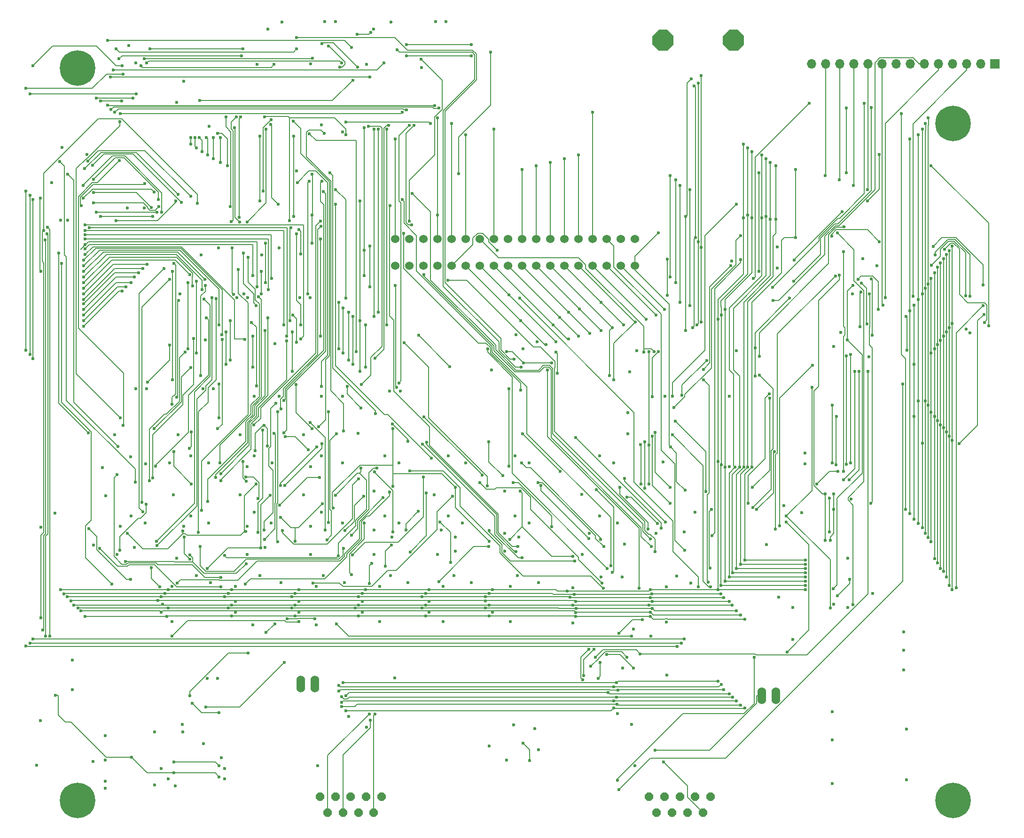
<source format=gbr>
%TF.GenerationSoftware,KiCad,Pcbnew,7.0.5*%
%TF.CreationDate,2023-08-21T23:54:45-04:00*%
%TF.ProjectId,LogicBoard_smt,4c6f6769-6342-46f6-9172-645f736d742e,rev?*%
%TF.SameCoordinates,Original*%
%TF.FileFunction,Copper,L4,Bot*%
%TF.FilePolarity,Positive*%
%FSLAX46Y46*%
G04 Gerber Fmt 4.6, Leading zero omitted, Abs format (unit mm)*
G04 Created by KiCad (PCBNEW 7.0.5) date 2023-08-21 23:54:45*
%MOMM*%
%LPD*%
G01*
G04 APERTURE LIST*
G04 Aperture macros list*
%AMOutline5P*
0 Free polygon, 5 corners , with rotation*
0 The origin of the aperture is its center*
0 number of corners: always 5*
0 $1 to $10 corner X, Y*
0 $11 Rotation angle, in degrees counterclockwise*
0 create outline with 5 corners*
4,1,5,$1,$2,$3,$4,$5,$6,$7,$8,$9,$10,$1,$2,$11*%
%AMOutline6P*
0 Free polygon, 6 corners , with rotation*
0 The origin of the aperture is its center*
0 number of corners: always 6*
0 $1 to $12 corner X, Y*
0 $13 Rotation angle, in degrees counterclockwise*
0 create outline with 6 corners*
4,1,6,$1,$2,$3,$4,$5,$6,$7,$8,$9,$10,$11,$12,$1,$2,$13*%
%AMOutline7P*
0 Free polygon, 7 corners , with rotation*
0 The origin of the aperture is its center*
0 number of corners: always 7*
0 $1 to $14 corner X, Y*
0 $15 Rotation angle, in degrees counterclockwise*
0 create outline with 7 corners*
4,1,7,$1,$2,$3,$4,$5,$6,$7,$8,$9,$10,$11,$12,$13,$14,$1,$2,$15*%
%AMOutline8P*
0 Free polygon, 8 corners , with rotation*
0 The origin of the aperture is its center*
0 number of corners: always 8*
0 $1 to $16 corner X, Y*
0 $17 Rotation angle, in degrees counterclockwise*
0 create outline with 8 corners*
4,1,8,$1,$2,$3,$4,$5,$6,$7,$8,$9,$10,$11,$12,$13,$14,$15,$16,$1,$2,$17*%
G04 Aperture macros list end*
%TA.AperFunction,ConnectorPad*%
%ADD10C,6.400000*%
%TD*%
%TA.AperFunction,ComponentPad*%
%ADD11C,3.600000*%
%TD*%
%TA.AperFunction,ComponentPad*%
%ADD12O,1.524000X3.048000*%
%TD*%
%TA.AperFunction,ComponentPad*%
%ADD13Outline8P,-0.762000X0.315631X-0.315631X0.762000X0.315631X0.762000X0.762000X0.315631X0.762000X-0.315631X0.315631X-0.762000X-0.315631X-0.762000X-0.762000X-0.315631X0.000000*%
%TD*%
%TA.AperFunction,ComponentPad*%
%ADD14C,1.524000*%
%TD*%
%TA.AperFunction,ComponentPad*%
%ADD15Outline8P,-1.905000X0.789077X-0.789077X1.905000X0.789077X1.905000X1.905000X0.789077X1.905000X-0.789077X0.789077X-1.905000X-0.789077X-1.905000X-1.905000X-0.789077X0.000000*%
%TD*%
%TA.AperFunction,ComponentPad*%
%ADD16O,1.700000X1.700000*%
%TD*%
%TA.AperFunction,ComponentPad*%
%ADD17R,1.700000X1.700000*%
%TD*%
%TA.AperFunction,ViaPad*%
%ADD18C,0.600000*%
%TD*%
%TA.AperFunction,Conductor*%
%ADD19C,0.152400*%
%TD*%
G04 APERTURE END LIST*
D10*
%TO.P,H4,1,1*%
%TO.N,GND*%
X203360000Y-39050000D03*
D11*
X203360000Y-39050000D03*
%TD*%
D10*
%TO.P,H3,1,1*%
%TO.N,GND*%
X203360000Y-161145000D03*
D11*
X203360000Y-161145000D03*
%TD*%
D10*
%TO.P,H2,1,1*%
%TO.N,GND*%
X45560000Y-161145000D03*
D11*
X45560000Y-161145000D03*
%TD*%
%TO.P,HE,1,1*%
%TO.N,GND*%
X45560000Y-29050000D03*
D10*
X45560000Y-29050000D03*
%TD*%
D12*
%TO.P,EXTRA_BUTTON_1,1,1*%
%TO.N,Net-(PAD1REG0A-2D)*%
X85852000Y-140208000D03*
%TO.P,EXTRA_BUTTON_1,2,2*%
%TO.N,GND*%
X88392000Y-140208000D03*
%TD*%
D13*
%TO.P,PORT1,1,1*%
%TO.N,Net-(PAD1REG0A-5D)*%
X89281000Y-160526700D03*
%TO.P,PORT1,2,2*%
%TO.N,Net-(PAD1REG0A-6D)*%
X92049600Y-160526700D03*
%TO.P,PORT1,3,3*%
%TO.N,Net-(PAD1REG0A-7D)*%
X94818200Y-160526700D03*
%TO.P,PORT1,4,4*%
%TO.N,Net-(PAD1REG0A-8D)*%
X97586800Y-160526700D03*
%TO.P,PORT1,5,5*%
%TO.N,VCC*%
X100355400Y-160526700D03*
%TO.P,PORT1,6,6*%
%TO.N,Net-(PAD1REG0A-4D)*%
X90665300Y-163370300D03*
%TO.P,PORT1,7,7*%
%TO.N,Net-(GAMEPAD_SELECTOR0A-Q)*%
X93433900Y-163370300D03*
%TO.P,PORT1,8,8*%
%TO.N,GND*%
X96202500Y-163370300D03*
%TO.P,PORT1,9,9*%
%TO.N,Net-(PAD1REG0A-3D)*%
X98971100Y-163370300D03*
%TD*%
%TO.P,PORT2,1,1*%
%TO.N,Net-(PAD2REG0A-5D)*%
X148564600Y-160526700D03*
%TO.P,PORT2,2,2*%
%TO.N,Net-(PAD2REG0A-6D)*%
X151333200Y-160526700D03*
%TO.P,PORT2,3,3*%
%TO.N,Net-(PAD2REG0A-7D)*%
X154101800Y-160526700D03*
%TO.P,PORT2,4,4*%
%TO.N,Net-(PAD2REG0A-8D)*%
X156870400Y-160526700D03*
%TO.P,PORT2,5,5*%
%TO.N,VCC*%
X159639000Y-160526700D03*
%TO.P,PORT2,6,6*%
%TO.N,Net-(PAD2REG0A-4D)*%
X149948900Y-163370300D03*
%TO.P,PORT2,7,7*%
%TO.N,Net-(GAMEPAD_SELECTOR0B-Q)*%
X152717500Y-163370300D03*
%TO.P,PORT2,8,8*%
%TO.N,GND*%
X155486100Y-163370300D03*
%TO.P,PORT2,9,9*%
%TO.N,Net-(PAD2REG0A-3D)*%
X158254700Y-163370300D03*
%TD*%
D12*
%TO.P,EXTRA_BUTTON_2,1,1*%
%TO.N,Net-(PAD2REG0A-2D)*%
X168910000Y-142259000D03*
%TO.P,EXTRA_BUTTON_2,2,2*%
%TO.N,GND*%
X171450000Y-142259000D03*
%TD*%
D14*
%TO.P,U$3,P$1,VCC*%
%TO.N,VCC*%
X102870000Y-64770000D03*
%TO.P,U$3,P$2,~{SPI_CS}*%
%TO.N,/CPU and address decode/~{SPI_CS}*%
X105410000Y-64770000D03*
%TO.P,U$3,P$3,SPI_MISO*%
%TO.N,/CPU and address decode/SPI_MISO*%
X107950000Y-64770000D03*
%TO.P,U$3,P$4,SPI_MOSI*%
%TO.N,/CPU and address decode/SPI_MOSI*%
X110490000Y-64770000D03*
%TO.P,U$3,P$5,SPI_CLK*%
%TO.N,/CPU and address decode/SPI_CLK*%
X113030000Y-64770000D03*
%TO.P,U$3,P$6,A12*%
%TO.N,A12*%
X115570000Y-64770000D03*
%TO.P,U$3,P$7,A7*%
%TO.N,A7*%
X118110000Y-64770000D03*
%TO.P,U$3,P$8,A6*%
%TO.N,A6*%
X120650000Y-64770000D03*
%TO.P,U$3,P$9,A5*%
%TO.N,A5*%
X123190000Y-64770000D03*
%TO.P,U$3,P$10,A4*%
%TO.N,A4*%
X125730000Y-64770000D03*
%TO.P,U$3,P$11,A3*%
%TO.N,A3*%
X128270000Y-64770000D03*
%TO.P,U$3,P$12,A2*%
%TO.N,A2*%
X130810000Y-64770000D03*
%TO.P,U$3,P$13,A1*%
%TO.N,A1*%
X133350000Y-64770000D03*
%TO.P,U$3,P$14,A0*%
%TO.N,A0*%
X135890000Y-64770000D03*
%TO.P,U$3,P$15,D0*%
%TO.N,D0*%
X138430000Y-64770000D03*
%TO.P,U$3,P$16,D1*%
%TO.N,D1*%
X140970000Y-64770000D03*
%TO.P,U$3,P$17,D2*%
%TO.N,D2*%
X143510000Y-64770000D03*
%TO.P,U$3,P$18,CLK*%
%TO.N,CLK3_5*%
X146050000Y-64770000D03*
%TO.P,U$3,P$19,A13*%
%TO.N,A13*%
X102870000Y-59918600D03*
%TO.P,U$3,P$20,_WE*%
%TO.N,~{WE2}*%
X105410000Y-59918600D03*
%TO.P,U$3,P$21,_IRQ*%
%TO.N,~{IRQ}*%
X107950000Y-59918600D03*
%TO.P,U$3,P$22,A8*%
%TO.N,A8*%
X110490000Y-59918600D03*
%TO.P,U$3,P$23,A9*%
%TO.N,A9*%
X113030000Y-59918600D03*
%TO.P,U$3,P$24,A11*%
%TO.N,A11*%
X115570000Y-59918600D03*
%TO.P,U$3,P$25,_OE*%
%TO.N,~{RE2}*%
X118110000Y-59918600D03*
%TO.P,U$3,P$26,A10*%
%TO.N,A10*%
X120650000Y-59918600D03*
%TO.P,U$3,P$27,_CS*%
%TO.N,/CPU and address decode/_CARTSEL*%
X123190000Y-59918600D03*
%TO.P,U$3,P$28,D7*%
%TO.N,D7*%
X125730000Y-59918600D03*
%TO.P,U$3,P$29,D6*%
%TO.N,D6*%
X128270000Y-59918600D03*
%TO.P,U$3,P$30,D5*%
%TO.N,D5*%
X130810000Y-59918600D03*
%TO.P,U$3,P$31,D4*%
%TO.N,D4*%
X133350000Y-59918600D03*
%TO.P,U$3,P$32,D3*%
%TO.N,D3*%
X135890000Y-59918600D03*
%TO.P,U$3,P$33,A14*%
%TO.N,/CPU and address decode/A14*%
X138430000Y-59918600D03*
%TO.P,U$3,P$34,READY*%
%TO.N,/CPU and address decode/READY*%
X140970000Y-59918600D03*
%TO.P,U$3,P$35,_RESET*%
%TO.N,/CPU and address decode/~{RESET}*%
X143510000Y-59918600D03*
%TO.P,U$3,P$36,GND*%
%TO.N,GND*%
X146050000Y-59918600D03*
%TD*%
D15*
%TO.P,+5V0,1,P*%
%TO.N,VCC*%
X163830000Y-24130000D03*
%TD*%
%TO.P,GROUND0,1,P*%
%TO.N,GND*%
X151130000Y-24130000D03*
%TD*%
D16*
%TO.P,VIAPORT0,1,1*%
%TO.N,VCC*%
X177888900Y-28346400D03*
%TO.P,VIAPORT0,2,2*%
%TO.N,Net-(U2-PA3)*%
X180428900Y-28346400D03*
%TO.P,VIAPORT0,3,3*%
%TO.N,Net-(U2-PA4)*%
X182968900Y-28346400D03*
%TO.P,VIAPORT0,4,4*%
%TO.N,Net-(U2-PA5)*%
X185508900Y-28346400D03*
%TO.P,VIAPORT0,5,5*%
%TO.N,Net-(U2-PA6)*%
X188048900Y-28346400D03*
%TO.P,VIAPORT0,6,6*%
%TO.N,Net-(U2-PB0)*%
X190588900Y-28346400D03*
%TO.P,VIAPORT0,7,7*%
%TO.N,Net-(U2-PB1)*%
X193128900Y-28346400D03*
%TO.P,VIAPORT0,8,8*%
%TO.N,Net-(U2-PB2)*%
X195668900Y-28346400D03*
%TO.P,VIAPORT0,9,9*%
%TO.N,Net-(U2-PB3)*%
X198208900Y-28346400D03*
%TO.P,VIAPORT0,10,10*%
%TO.N,Net-(U2-PB4)*%
X200748900Y-28346400D03*
%TO.P,VIAPORT0,11,11*%
%TO.N,Net-(U2-PB5)*%
X203288900Y-28346400D03*
%TO.P,VIAPORT0,12,12*%
%TO.N,Net-(U2-PB6)*%
X205828900Y-28346400D03*
%TO.P,VIAPORT0,13,13*%
%TO.N,Net-(U2-PB7)*%
X208368900Y-28346400D03*
D17*
%TO.P,VIAPORT0,14,14*%
%TO.N,GND*%
X210908900Y-28346400D03*
%TD*%
D18*
%TO.N,Net-(U2-PB2)*%
X184150000Y-36322000D03*
X184150000Y-48006000D03*
X168381900Y-65786000D03*
X168381900Y-47988300D03*
%TO.N,Net-(VMUX3A-3A)*%
X83269600Y-78280900D03*
X71403300Y-103535000D03*
%TO.N,Net-(VMUX3A-2A)*%
X79372800Y-76412700D03*
X70490200Y-102885000D03*
%TO.N,Net-(VMUX3A-1A)*%
X79903500Y-74115300D03*
X71403300Y-102235000D03*
%TO.N,Net-(VMUX2A-4A)*%
X71238500Y-100285200D03*
X76312200Y-63211600D03*
%TO.N,Net-(VMUX2A-3A)*%
X69040200Y-107224400D03*
X78181300Y-70359200D03*
%TO.N,Net-(VMUX2A-2A)*%
X67338800Y-112817900D03*
X70576400Y-70649600D03*
%TO.N,Net-(VMUX2A-1A)*%
X67966900Y-108855800D03*
X74587200Y-65379300D03*
%TO.N,Net-(VMUX1A-3A)*%
X64997100Y-80294700D03*
X58575100Y-103549000D03*
%TO.N,Net-(VMUX1A-2A)*%
X66512600Y-77877700D03*
X59134000Y-103018500D03*
%TO.N,Net-(VMUX1A-1A)*%
X68836700Y-74115300D03*
X59674900Y-100856700D03*
%TO.N,Net-(VMUX0A-4A)*%
X59945500Y-115189300D03*
X69820800Y-70517700D03*
%TO.N,Net-(VMUX0A-3A)*%
X68355400Y-70728000D03*
X59786200Y-114430000D03*
%TO.N,Net-(VMUX0A-2A)*%
X57234000Y-107417600D03*
X62198400Y-67211000D03*
%TO.N,Net-(VMUX0A-1A)*%
X57337800Y-109065900D03*
X61196700Y-65225300D03*
%TO.N,Net-(U2-PB7)*%
X188618400Y-36191000D03*
X174663900Y-67504400D03*
%TO.N,Net-(U2-PB6)*%
X196118100Y-70209300D03*
%TO.N,Net-(U2-PB5)*%
X187367200Y-35404900D03*
X170833700Y-68599500D03*
%TO.N,Net-(U2-PB4)*%
X191121300Y-70454000D03*
%TO.N,Net-(U2-PB3)*%
X170881900Y-71031600D03*
%TO.N,Net-(U2-PB1)*%
X177436100Y-35404900D03*
X167386000Y-67056000D03*
%TO.N,Net-(U2-PB0)*%
X190754000Y-71882000D03*
%TO.N,Net-(U2-PA6)*%
X155956000Y-71899700D03*
X155956000Y-51054000D03*
X187960000Y-51054000D03*
%TO.N,Net-(U2-PA5)*%
X154178000Y-71374000D03*
X154178000Y-50292000D03*
X185420000Y-50292000D03*
%TO.N,Net-(U2-PA4)*%
X153416000Y-67818000D03*
X153416000Y-49276000D03*
X182880000Y-49276000D03*
%TO.N,Net-(U2-PA3)*%
X152400000Y-66802000D03*
X180340000Y-48514000D03*
X152400000Y-48514000D03*
%TO.N,unconnected-(U1-NC-Pad35)*%
X184744600Y-121288000D03*
X182537600Y-124261800D03*
%TO.N,/CPU and address decode/SPI_CLK*%
X121196600Y-61950100D03*
%TO.N,RAM_PG_1*%
X158400000Y-85345600D03*
X159219700Y-121802500D03*
%TO.N,RAM_PG_0*%
X168438400Y-84475000D03*
X167240500Y-108373900D03*
X159853600Y-108640300D03*
X159569700Y-119295500D03*
%TO.N,/CPU and address decode/SPI_MISO*%
X151892000Y-70104000D03*
X151874000Y-63517700D03*
%TO.N,/CPU and address decode/~{VIASEL}*%
X183642000Y-62230000D03*
X183642000Y-101854000D03*
%TO.N,/CPU and address decode/A14*%
X138430000Y-37084000D03*
X194056000Y-37338000D03*
X194818000Y-108712000D03*
X181864000Y-108712000D03*
X181864000Y-105918000D03*
X181204000Y-114300000D03*
%TO.N,AUD_SAMP_RATE_SEL*%
X208888000Y-73523900D03*
X204455900Y-96838300D03*
X171127100Y-98293700D03*
X167983600Y-108704200D03*
X158821200Y-105500500D03*
X153262200Y-92725800D03*
%TO.N,~{AUD_NMI}*%
X149668600Y-94822700D03*
X152356200Y-104686000D03*
X167196900Y-104687600D03*
X170307000Y-88623500D03*
%TO.N,AUD_RESET*%
X208767600Y-68188800D03*
X199773800Y-61246600D03*
X190058000Y-60404800D03*
X181449500Y-59397200D03*
X165072900Y-59303200D03*
X153047200Y-90340100D03*
%TO.N,Net-(REG.VY0A-6Q)*%
X81122100Y-129311500D03*
X79560800Y-130869600D03*
%TO.N,Net-(REG.VY0A-7Q)*%
X64845200Y-113668600D03*
X65838500Y-117651500D03*
%TO.N,Net-(REG.VX0A-5Q)*%
X71390400Y-120929400D03*
X52704400Y-102427200D03*
%TO.N,Net-(REG.VX0A-6Q)*%
X49590100Y-115679600D03*
X71396300Y-122650800D03*
%TO.N,Net-(REG.VX0A-7Q)*%
X53191600Y-116039700D03*
X57945500Y-107785900D03*
%TO.N,/CPU and address decode/READY*%
X154967800Y-116065700D03*
%TO.N,Net-(PAD2REG0A-3D)*%
X151219100Y-154247200D03*
%TO.N,Net-(PAD1REG0A-4D)*%
X98157200Y-145566200D03*
%TO.N,Net-(PAD1REG0A-3D)*%
X99173700Y-145586900D03*
%TO.N,/DMA Controller/VA0*%
X65793600Y-66342300D03*
X46736000Y-68834000D03*
%TO.N,/DMA Controller/VA1*%
X66301600Y-68374300D03*
X46736000Y-67818000D03*
%TO.N,~{CLK7}*%
X173311300Y-110968000D03*
X173411600Y-134391300D03*
%TO.N,~{RE2}*%
X147616300Y-80271400D03*
X149464700Y-80242200D03*
X205599200Y-70163600D03*
X199409600Y-64676800D03*
X173902400Y-70607400D03*
X167679200Y-79542000D03*
X167673300Y-84663700D03*
%TO.N,/DMA Controller/VA2*%
X68072000Y-69088000D03*
X46736000Y-66802000D03*
%TO.N,/DMA Controller/VA3*%
X68580000Y-67175300D03*
X46736000Y-65786000D03*
%TO.N,/DMA Controller/VA4*%
X71120000Y-75438000D03*
X46736000Y-64770000D03*
%TO.N,/DMA Controller/VA5*%
X71628000Y-77216000D03*
X46736000Y-63754000D03*
%TO.N,/DMA Controller/VA6*%
X75768100Y-78017200D03*
X46990000Y-62738000D03*
%TO.N,/DMA Controller/VA7*%
X77216000Y-66548000D03*
X46990000Y-61722000D03*
%TO.N,/DMA Controller/VA8*%
X77978000Y-68580000D03*
X46990000Y-60960000D03*
%TO.N,~{WAV_SEL}*%
X194838100Y-73914000D03*
X195052000Y-80010000D03*
%TO.N,~{GAMEPAD2R}*%
X148372400Y-112230100D03*
X143298400Y-104710300D03*
%TO.N,~{GAMEPAD1R}*%
X137688400Y-133905200D03*
X136595000Y-139423400D03*
%TO.N,GRAM_PAGE_SEL*%
X159678600Y-122639200D03*
X152756000Y-95248900D03*
%TO.N,AUD_LFSR_X*%
X158965700Y-81796700D03*
X154497500Y-88139500D03*
%TO.N,AUD_SQ2_N*%
X149130300Y-95508100D03*
X152356200Y-107604900D03*
X166400200Y-107604900D03*
X170267700Y-87849900D03*
%TO.N,/DMA Controller/VA9*%
X80010000Y-69088000D03*
X46990000Y-59944000D03*
%TO.N,/DMA Controller/VA10*%
X80538100Y-67056000D03*
X46990000Y-59182000D03*
%TO.N,/DMA Controller/VA11*%
X82804000Y-75438000D03*
X46990000Y-58420000D03*
%TO.N,/DMA Controller/VA12*%
X83312000Y-77470000D03*
X47752000Y-57891900D03*
%TO.N,/DMA Controller/VA13*%
X85852000Y-77978000D03*
X46990000Y-57363800D03*
%TO.N,/DMA Controller/VID_OUT_PAGE*%
X42724500Y-64320400D03*
X51788800Y-122171700D03*
X136801800Y-138656400D03*
X138641500Y-133916800D03*
%TO.N,/DMA Controller/~{VOE}*%
X85818700Y-75383200D03*
X85068100Y-58962500D03*
X60242300Y-54041700D03*
X48469200Y-53356400D03*
%TO.N,/DMA Controller/~{VWE}*%
X62206900Y-79040900D03*
X58214900Y-85705700D03*
X47531400Y-94898300D03*
X42191300Y-62449300D03*
%TO.N,/DMA Controller/VNMI_ENABLE*%
X141935300Y-120041600D03*
X139089200Y-105119200D03*
%TO.N,/DMA Controller/YDIR*%
X107753000Y-96876400D03*
X125704200Y-117425400D03*
%TO.N,/DMA Controller/XDIR*%
X77622000Y-98083500D03*
X79192300Y-93514200D03*
X112784000Y-118202100D03*
X110915900Y-110985500D03*
X79761400Y-97253300D03*
%TO.N,/CPU and address decode/~{REGSSEL}*%
X148590000Y-97099000D03*
X148590000Y-80264000D03*
X148590000Y-104140000D03*
X178816000Y-104140000D03*
X182626000Y-101854000D03*
%TO.N,Net-(IC31D-O)*%
X129096700Y-104381700D03*
X137712000Y-113934900D03*
%TO.N,Net-(IC31C-I1)*%
X128536500Y-103833300D03*
X140387400Y-115381700D03*
%TO.N,Net-(IC31A-I0)*%
X123364100Y-86940400D03*
X123284700Y-100886500D03*
%TO.N,/DMA Controller/IRQ-ENABLE*%
X141677600Y-118862100D03*
X104076400Y-52814500D03*
X65966300Y-52221900D03*
X47486000Y-45835500D03*
%TO.N,/DMA Controller/~{IRQ-OUT}*%
X46865400Y-47244000D03*
X63754200Y-51844700D03*
X105913900Y-51712500D03*
X148789900Y-113984900D03*
%TO.N,/DMA Controller/OFFSCR_Y*%
X43839600Y-48219000D03*
X52843200Y-97308700D03*
X62923200Y-98247500D03*
X66115300Y-104116700D03*
%TO.N,/DMA Controller/OFFSCR_X*%
X56014500Y-103750800D03*
X42389200Y-45944000D03*
%TO.N,Net-(IC20A-O)*%
X125476700Y-87190500D03*
X104398500Y-58902400D03*
X73080700Y-54048700D03*
X72340100Y-37896900D03*
%TO.N,Net-(IC18D-I1)*%
X103108900Y-86666000D03*
X102796900Y-68298400D03*
X48448500Y-49194000D03*
X60193200Y-52820700D03*
X85496800Y-58254500D03*
X85820700Y-62636300D03*
%TO.N,Net-(IC18D-I0)*%
X108038400Y-91996300D03*
X118470800Y-102533300D03*
%TO.N,Net-(IC18D-O)*%
X77814500Y-86431500D03*
X76964900Y-74954400D03*
%TO.N,/DMA Controller/~{DIRECT-SELECT}*%
X149134600Y-88398400D03*
X150219000Y-80243900D03*
X102302700Y-93296300D03*
X105103800Y-96362200D03*
%TO.N,Net-(IC18A-O)*%
X135307700Y-95730800D03*
X150733800Y-112081700D03*
%TO.N,Net-(IC18A-I1)*%
X125789000Y-95068000D03*
X132545000Y-101824000D03*
%TO.N,/DMA Controller/VNMI*%
X96662100Y-90368900D03*
X94155700Y-86527400D03*
X89537300Y-86527400D03*
X85203800Y-49757800D03*
X57668500Y-49916600D03*
X46267200Y-53927200D03*
%TO.N,Net-(IC12C-O)*%
X151526400Y-110990000D03*
X144162600Y-103124000D03*
%TO.N,Net-(IC12B-O)*%
X150076000Y-111253700D03*
X144569600Y-106495800D03*
%TO.N,Net-(IC12B-I0)*%
X182124900Y-66561500D03*
X171367400Y-112209700D03*
%TO.N,Net-(IC31C-O)*%
X125327200Y-105355500D03*
X123462100Y-114081700D03*
X134854200Y-117114700D03*
%TO.N,/DMA Controller/IRQ*%
X48334400Y-46594000D03*
X64292700Y-53294400D03*
X101881800Y-53930000D03*
X124924400Y-115391900D03*
%TO.N,Net-(IC12A-O)*%
X172089900Y-111618000D03*
X178035500Y-82651900D03*
%TO.N,/CPU and address decode/N$37_2*%
X184658000Y-103378000D03*
X186436000Y-83820000D03*
%TO.N,/CPU and address decode/N$38_2*%
X185674000Y-83820000D03*
X183642000Y-103378000D03*
%TO.N,Net-(IC7A-I1)*%
X184912000Y-80772000D03*
X184912000Y-100330000D03*
%TO.N,Net-(IC7A-I0)*%
X184150000Y-81026000D03*
X184150000Y-100584000D03*
%TO.N,Net-(IC5C-O)*%
X63506800Y-121931900D03*
X100664900Y-106541400D03*
%TO.N,Net-(IC4F-I)*%
X188604600Y-67126300D03*
X188788600Y-77271000D03*
%TO.N,Net-(IC32D-O)*%
X163320400Y-64736500D03*
X158375500Y-83420200D03*
%TO.N,Net-(IC12D-I1)*%
X188271900Y-69847100D03*
X188541500Y-107540500D03*
%TO.N,Net-(IC4D-I)*%
X186729500Y-69489200D03*
X186551400Y-75701200D03*
%TO.N,CLK3_5*%
X71120000Y-154940000D03*
X62992000Y-154260000D03*
X152422800Y-97398100D03*
X155067600Y-105203300D03*
X150235900Y-58844600D03*
X39335500Y-130453700D03*
X39754400Y-60060500D03*
X173317300Y-109874400D03*
X181204000Y-126490500D03*
X177914300Y-86655600D03*
X142897000Y-157490700D03*
X167478200Y-135332400D03*
%TO.N,CLK7*%
X71120000Y-156931000D03*
X62992000Y-156210000D03*
X55372000Y-153416000D03*
X41656000Y-142240000D03*
X40083300Y-58949300D03*
X39868200Y-131548300D03*
X143132500Y-159244600D03*
X194273400Y-86049200D03*
%TO.N,~{IRQ}*%
X159929800Y-113381700D03*
X165066300Y-63648200D03*
X183325900Y-55020000D03*
X174709100Y-63754000D03*
%TO.N,~{NMI}*%
X203919100Y-122842100D03*
X208773200Y-71949300D03*
%TO.N,CLK28*%
X40152400Y-57771800D03*
X40627000Y-131535300D03*
X52557600Y-56621900D03*
X63273600Y-53057500D03*
X187949800Y-53062800D03*
X190046300Y-44676500D03*
X199394500Y-46681800D03*
X209726600Y-75546000D03*
%TO.N,/CPU and address decode/W{slash}~{R}*%
X186808600Y-67851300D03*
X187810500Y-75275900D03*
%TO.N,/CPU and address decode/R{slash}~{W}*%
X184272000Y-78100100D03*
X185280600Y-68309700D03*
X181737900Y-122978400D03*
%TO.N,/CPU and address decode/A15*%
X180340000Y-114300000D03*
X180340000Y-105918000D03*
X182879300Y-66460300D03*
%TO.N,/DMA Controller/GA16*%
X53848000Y-30205900D03*
X36322000Y-32766000D03*
X36322000Y-51308000D03*
X36322000Y-80010000D03*
X36322000Y-133350000D03*
X153670000Y-133370000D03*
%TO.N,/DMA Controller/GA17*%
X37063900Y-33782000D03*
X37063900Y-52070000D03*
X56154100Y-33782000D03*
X37063900Y-80772000D03*
X37084000Y-132842000D03*
X154432000Y-132842000D03*
%TO.N,/DMA Controller/GA18*%
X53642100Y-28702000D03*
X37592000Y-28702000D03*
X37592000Y-52832000D03*
X37592000Y-132080000D03*
X154940000Y-132080000D03*
X37592000Y-81534000D03*
%TO.N,/DMA Controller/VRAMBANK*%
X38980600Y-65717300D03*
X38921000Y-52582700D03*
X46632000Y-52582700D03*
X59384300Y-51414000D03*
X92081500Y-51010700D03*
X93902000Y-70612000D03*
X125229200Y-70612000D03*
X157418900Y-122636400D03*
%TO.N,/DMA Controller/~{WRAP_X}*%
X48477600Y-51502500D03*
X58859100Y-54206500D03*
X112342100Y-67380200D03*
X149623800Y-116315700D03*
%TO.N,/DMA Controller/~{WRAP_Y}*%
X46656000Y-50270300D03*
X60717100Y-55112500D03*
X108033400Y-66308200D03*
X148938400Y-115356900D03*
%TO.N,/DMA Controller/~{TILEMODE}*%
X105495500Y-101731700D03*
X140319800Y-122899500D03*
%TO.N,/DMA Controller/GY-CARRY?*%
X97127600Y-106309700D03*
X93806100Y-112476700D03*
%TO.N,/DMA Controller/ROWCOMPLETE*%
X107909100Y-102819000D03*
X95141200Y-116911300D03*
X93543900Y-115726700D03*
X67704900Y-115334500D03*
%TO.N,Net-(GYH0A-P3)*%
X98153400Y-122066200D03*
X98564200Y-118410200D03*
%TO.N,Net-(GYH0A-P2)*%
X101079500Y-118930100D03*
X102159900Y-115150800D03*
%TO.N,/DMA Controller/GA15*%
X55626000Y-34544000D03*
X49022000Y-34544000D03*
X49022000Y-55118000D03*
X59944000Y-55118000D03*
X71120000Y-92202000D03*
X71120000Y-86106000D03*
%TO.N,Net-(GYL0A-Q0)*%
X99509600Y-101216500D03*
X94922300Y-113299600D03*
%TO.N,~{WE2}*%
X130248100Y-83564400D03*
X143143000Y-130999000D03*
X147345400Y-128552300D03*
X146791600Y-122911600D03*
X152747700Y-88241900D03*
X164280000Y-53645100D03*
X206362400Y-70229400D03*
X200125500Y-62772600D03*
X183690900Y-57712300D03*
X168451400Y-81097100D03*
%TO.N,~{VID_SEL}*%
X188002000Y-83822300D03*
X146952200Y-134730300D03*
X108512700Y-96588100D03*
X124617000Y-116276000D03*
X138931100Y-135351000D03*
%TO.N,Net-(GYL0A-Q1)*%
X90246000Y-112422500D03*
X87509200Y-92998600D03*
%TO.N,Net-(GYL0A-Q2)*%
X92281100Y-95050000D03*
X90552000Y-114155900D03*
%TO.N,Net-(GYL0A-Q3)*%
X90782400Y-111080100D03*
X90835500Y-91093800D03*
%TO.N,Net-(GYH0A-Q1)*%
X66117500Y-94716600D03*
X65727700Y-97692400D03*
X75406200Y-100048500D03*
X75999000Y-103632200D03*
X81994800Y-107875400D03*
X89226400Y-102878300D03*
%TO.N,/DMA Controller/GX-CARRY?*%
X96210200Y-103183300D03*
X82503500Y-112476700D03*
%TO.N,CLK14*%
X38980600Y-128208700D03*
X39491400Y-58387900D03*
X67184000Y-53446500D03*
X201795100Y-61777100D03*
X208964600Y-74949300D03*
%TO.N,/DMA Controller/GX-CARRY*%
X88723600Y-97398700D03*
X82194600Y-104350200D03*
%TO.N,/DMA Controller/~{XRELOAD}*%
X78618300Y-115620600D03*
X80307200Y-106145400D03*
X68947000Y-119328900D03*
X82959000Y-104336100D03*
X89613600Y-96847900D03*
%TO.N,/DMA Controller/RUNNING*%
X102377400Y-94111000D03*
X102395500Y-104553100D03*
X113660700Y-104715500D03*
X119790000Y-114419700D03*
X89688600Y-107654300D03*
X84818000Y-114409100D03*
X91623000Y-108463200D03*
X82173400Y-110116400D03*
X75953900Y-118461300D03*
X65819300Y-116882100D03*
X54215700Y-118054300D03*
%TO.N,Net-(GXH0A-P1)*%
X88365100Y-128425600D03*
X83378000Y-128429600D03*
%TO.N,Net-(GXH0A-P0)*%
X75936800Y-102818000D03*
X78098400Y-106744100D03*
%TO.N,/DMA Controller/GA14*%
X53594000Y-35052000D03*
X49784000Y-35052000D03*
X49784000Y-55880000D03*
X59182000Y-55880000D03*
%TO.N,Net-(GYH0A-Q3)*%
X87148000Y-97939700D03*
X83004900Y-95595600D03*
%TO.N,Net-(GXL0A-Q0)*%
X81311900Y-89580500D03*
X79209900Y-112413400D03*
%TO.N,Net-(GXL0A-Q1)*%
X78961000Y-94370500D03*
X78075400Y-112823100D03*
%TO.N,Net-(GXL0A-Q2)*%
X81018500Y-94941700D03*
X79260600Y-114065500D03*
%TO.N,Net-(GXL0A-Q3)*%
X81658900Y-91051000D03*
X81658900Y-114484400D03*
%TO.N,/DMA Controller/COLORFILL*%
X80391500Y-39251400D03*
X81787600Y-53665400D03*
X92081500Y-53665400D03*
X109333100Y-99442700D03*
X140077400Y-121975400D03*
X118035000Y-103833300D03*
%TO.N,Net-(GMUX3A-4Y)*%
X79022800Y-51302000D03*
X80497000Y-38390800D03*
%TO.N,Net-(GMUX3A-3A)*%
X70836700Y-94150400D03*
X71642000Y-78001500D03*
X73698500Y-69934000D03*
X73458600Y-61497800D03*
X76160700Y-56826400D03*
X79563600Y-40074400D03*
%TO.N,/DMA Controller/GA13*%
X81026000Y-28448000D03*
X57029200Y-28702000D03*
%TO.N,/DMA Controller/GA12*%
X75184000Y-26903900D03*
X53086000Y-27432000D03*
%TO.N,Net-(GMUX3A-2A)*%
X63442200Y-88402100D03*
X63818700Y-71025300D03*
X74688900Y-55993300D03*
X75009300Y-37890000D03*
%TO.N,/DMA Controller/GA11*%
X75438000Y-25654000D03*
X58674000Y-25654000D03*
%TO.N,Net-(GMUX3A-1A)*%
X74252100Y-37893700D03*
X73306200Y-56816000D03*
X62983700Y-64318000D03*
X62632100Y-89735400D03*
%TO.N,Net-(GMUX2A-4A)*%
X82756000Y-89067500D03*
X89597700Y-49481800D03*
X92875700Y-28929700D03*
X90819100Y-25148900D03*
%TO.N,Net-(GMUX2A-3A)*%
X93559800Y-94527100D03*
X90011700Y-40862400D03*
%TO.N,/DMA Controller/GA9*%
X93218000Y-28194000D03*
X58085900Y-28194000D03*
%TO.N,/DMA Controller/GA8*%
X87899500Y-27288000D03*
X57658000Y-27432000D03*
%TO.N,Net-(GMUX2A-2A)*%
X89027300Y-93763400D03*
X84455000Y-38642200D03*
%TO.N,/DMA Controller/GA7*%
X85090000Y-25654000D03*
X52578000Y-25654000D03*
%TO.N,Net-(GMUX2A-1A)*%
X87871500Y-94129000D03*
X84976800Y-86196800D03*
X96736400Y-86196800D03*
X98044300Y-39624300D03*
X96076700Y-28919600D03*
X89612900Y-24665400D03*
%TO.N,Net-(GMUX1A-3A)*%
X101686600Y-39401000D03*
X99220200Y-81383700D03*
X65966600Y-83095200D03*
X59431500Y-94152000D03*
%TO.N,/DMA Controller/GA6*%
X100838000Y-28194000D03*
X52029300Y-29464000D03*
%TO.N,/DMA Controller/GA5*%
X98298000Y-30734000D03*
X51562000Y-30734000D03*
%TO.N,A13*%
X84582000Y-55880000D03*
X84582000Y-41402000D03*
X89408000Y-77470000D03*
X89408000Y-59944000D03*
X181102000Y-112776000D03*
X181102000Y-106680000D03*
X102870000Y-41910000D03*
X195580000Y-41910000D03*
X195580000Y-109474000D03*
X195580000Y-72898000D03*
%TO.N,A12*%
X125476000Y-74676000D03*
X96520000Y-74676000D03*
X96520000Y-83820000D03*
X84328000Y-83820000D03*
X84328000Y-76708000D03*
X78486000Y-53086000D03*
X78486000Y-41402000D03*
X96520000Y-53086000D03*
X130048000Y-78994000D03*
X196342000Y-82550000D03*
X182372000Y-91948000D03*
X182283000Y-100666000D03*
X196342000Y-91948000D03*
X196342000Y-110490000D03*
X196342000Y-71882000D03*
%TO.N,A11*%
X84074000Y-57912000D03*
X83860700Y-74676000D03*
X83820000Y-56642000D03*
X93980000Y-41148000D03*
X79268100Y-37866100D03*
X115570000Y-41148000D03*
X197104000Y-41148000D03*
X181610000Y-100330000D03*
X181610000Y-89895900D03*
X197104000Y-89154000D03*
X197104000Y-70866000D03*
X197104000Y-111252000D03*
%TO.N,A10*%
X97282000Y-39878000D03*
X97282000Y-61976000D03*
X97282000Y-66548000D03*
X120650000Y-40132000D03*
X197866000Y-40132000D03*
X197806000Y-96774000D03*
X197806000Y-69850000D03*
X197806000Y-112014000D03*
%TO.N,A9*%
X109220000Y-39116000D03*
X93959900Y-38862000D03*
X98298000Y-61214000D03*
X98298000Y-68580000D03*
X113030000Y-39116000D03*
X198374000Y-39116000D03*
X198334000Y-89154000D03*
X198334000Y-68834000D03*
X198334000Y-113030000D03*
%TO.N,A8*%
X87884000Y-48260000D03*
X110490000Y-55626000D03*
X87884000Y-55626000D03*
X87884000Y-60706000D03*
X79481900Y-60706000D03*
X79481900Y-67818000D03*
X110490000Y-38100000D03*
X198882000Y-38100000D03*
X198862000Y-89916000D03*
X198862000Y-68072000D03*
X198862000Y-113792000D03*
%TO.N,A7*%
X87122000Y-69850000D03*
X87376000Y-49530000D03*
X123317000Y-69977000D03*
X78740000Y-65786000D03*
X78740000Y-69850000D03*
X131826000Y-78465900D03*
X199390000Y-80518000D03*
X199390000Y-91186000D03*
X199390000Y-67056000D03*
X199390000Y-114554000D03*
%TO.N,A6*%
X101346000Y-75438000D03*
X101346000Y-40132000D03*
X131318000Y-75438000D03*
X97536000Y-75438000D03*
X97536000Y-83058000D03*
X77216000Y-83058000D03*
X77216000Y-77470000D03*
X134112000Y-77957900D03*
X200031000Y-79756000D03*
X200031000Y-91948000D03*
X200031000Y-117602000D03*
X200031000Y-66040000D03*
%TO.N,A5*%
X99060000Y-73914000D03*
X99060000Y-40132000D03*
X132461000Y-74041000D03*
X95250000Y-73914000D03*
X95250000Y-82529900D03*
X72390000Y-76708000D03*
X72390000Y-82550000D03*
X135890000Y-77449900D03*
X200560000Y-78994000D03*
X200560000Y-92710000D03*
X200560000Y-65024000D03*
X200560000Y-118364000D03*
%TO.N,A4*%
X99822000Y-73152000D03*
X99822000Y-40132000D03*
X134112000Y-73152000D03*
X94488000Y-73152000D03*
X94488000Y-81788000D03*
X73152000Y-74676000D03*
X73152000Y-81788000D03*
X137922000Y-76941900D03*
X201088000Y-78232000D03*
X201087000Y-93445200D03*
X201088000Y-64262000D03*
X201088000Y-119324000D03*
%TO.N,A3*%
X155194000Y-76433900D03*
X155194000Y-55880000D03*
X156210000Y-31008100D03*
X136017000Y-72517000D03*
X93472000Y-80518000D03*
X67056000Y-67564000D03*
X67056000Y-80518000D03*
X93472000Y-72390000D03*
X139954000Y-76433900D03*
X201616000Y-77470000D03*
X201616000Y-93980000D03*
X201616000Y-63500000D03*
X201616000Y-119888000D03*
%TO.N,A2*%
X147828000Y-104902000D03*
X147828000Y-96520000D03*
X141478000Y-84582000D03*
X67818000Y-84582000D03*
X68600100Y-68326000D03*
X156464000Y-75925900D03*
X156928000Y-59690000D03*
X156718000Y-32278100D03*
X141986000Y-75925900D03*
X202144000Y-76708000D03*
X202144000Y-94742000D03*
X202144000Y-120904000D03*
X202144000Y-62738000D03*
%TO.N,A1*%
X147066000Y-97028000D03*
X147097000Y-104140000D03*
X157226000Y-75417900D03*
X157460000Y-60452000D03*
X157456000Y-31773700D03*
X116586000Y-26924000D03*
X104902000Y-26924000D03*
X139954000Y-71374000D03*
X92710000Y-71374000D03*
X92710000Y-79756000D03*
X65532000Y-79756000D03*
X65532000Y-67818000D03*
X144018000Y-75417900D03*
X202672000Y-75946000D03*
X202672000Y-95504000D03*
X202672000Y-122428000D03*
X202672000Y-61996100D03*
%TO.N,A0*%
X142240000Y-85344000D03*
X62738000Y-85344000D03*
X62738000Y-65786000D03*
X157988000Y-74909900D03*
X157988000Y-30480000D03*
X116586000Y-24892000D03*
X157988000Y-61468000D03*
X104902000Y-24892000D03*
X146071000Y-74909900D03*
X203200000Y-75184000D03*
X203200000Y-96266000D03*
X203200000Y-61214000D03*
X203200000Y-123190000D03*
X189912100Y-72615300D03*
X186199000Y-67168000D03*
%TO.N,D7*%
X46990000Y-128016000D03*
X125730000Y-47375000D03*
X175006000Y-47375000D03*
X175006000Y-59690000D03*
X167132000Y-101092000D03*
X165862000Y-117856000D03*
X93980000Y-145034000D03*
X142240000Y-144526000D03*
X165862000Y-144526000D03*
X165862000Y-128524000D03*
X176759000Y-117856000D03*
X148844000Y-128016000D03*
X135382000Y-128019000D03*
X119732000Y-127883000D03*
X108302000Y-127883000D03*
X96237200Y-127883000D03*
X84807200Y-127883000D03*
X73377200Y-127883000D03*
X61722000Y-128016000D03*
%TO.N,D6*%
X46230900Y-127003000D03*
X128270000Y-46725000D03*
X171450000Y-46725000D03*
X171450000Y-56388000D03*
X166370000Y-101092000D03*
X165100000Y-118618000D03*
X93218000Y-144272000D03*
X142772000Y-143788000D03*
X165100000Y-144018000D03*
X165100000Y-127762000D03*
X176784000Y-118618000D03*
X148844000Y-127254000D03*
X135382000Y-127267000D03*
X120367000Y-127233000D03*
X108937000Y-127233000D03*
X96872200Y-127233000D03*
X85442200Y-127233000D03*
X74012200Y-127233000D03*
X60706000Y-127254000D03*
%TO.N,D5*%
X45679000Y-126492000D03*
X130810000Y-46075000D03*
X170434000Y-46075000D03*
X170434000Y-56388000D03*
X165618000Y-101092000D03*
X164338000Y-119380000D03*
X93218000Y-143510000D03*
X142240000Y-143256000D03*
X164338000Y-143256000D03*
X164338000Y-127000000D03*
X176784000Y-119380000D03*
X149122000Y-126516000D03*
X135406000Y-126516000D03*
X119097000Y-126461000D03*
X107667000Y-126461000D03*
X95602200Y-126461000D03*
X84172200Y-126461000D03*
X72742200Y-126461000D03*
X61976000Y-126461000D03*
%TO.N,D4*%
X44958000Y-125984000D03*
X133350000Y-45425000D03*
X169672000Y-45425000D03*
X169672000Y-55880000D03*
X164866000Y-101092000D03*
X163597000Y-120142000D03*
X93218000Y-142494000D03*
X142748000Y-142514000D03*
X163600000Y-142518000D03*
X163576000Y-125984000D03*
X176784000Y-120142000D03*
X148590000Y-125984000D03*
X134874000Y-125984000D03*
X119732000Y-125933000D03*
X108302000Y-125933000D03*
X96237200Y-125933000D03*
X84807200Y-125933000D03*
X73377200Y-125933000D03*
X60960000Y-125750000D03*
%TO.N,D3*%
X44379000Y-125222000D03*
X135890000Y-44775000D03*
X168910000Y-44775000D03*
X168910000Y-56134000D03*
X164084000Y-101092000D03*
X163068000Y-120904000D03*
X93980000Y-142313000D03*
X141224000Y-141732000D03*
X163068000Y-141986000D03*
X163068000Y-125296000D03*
X176784000Y-120904000D03*
X149138000Y-125296000D03*
X135382000Y-125267000D03*
X119097000Y-125212000D03*
X108937000Y-125283000D03*
X96872200Y-125283000D03*
X85442200Y-125283000D03*
X74012200Y-125283000D03*
X60042200Y-125095000D03*
%TO.N,D2*%
X151384000Y-72644000D03*
X43731900Y-124463000D03*
X162306000Y-72644000D03*
X167132000Y-44125000D03*
X167132000Y-56134000D03*
X162306000Y-101092000D03*
X162306000Y-121666000D03*
X92710000Y-141478000D03*
X143002000Y-141244000D03*
X162052000Y-141224000D03*
X162052000Y-124634000D03*
X176784000Y-121666000D03*
X148782000Y-124634000D03*
X134366000Y-124500000D03*
X119097000Y-124460000D03*
X107667000Y-124460000D03*
X96237200Y-124460000D03*
X84172200Y-124460000D03*
X72107200Y-124460000D03*
X60677200Y-124460000D03*
%TO.N,D1*%
X149860000Y-73660000D03*
X43180000Y-123952000D03*
X161568000Y-73660000D03*
X166370000Y-43475000D03*
X166370000Y-55626000D03*
X161568000Y-100608000D03*
X161544000Y-122428000D03*
X92710000Y-140462000D03*
X142240000Y-140716000D03*
X161568000Y-140232000D03*
X161544000Y-123952000D03*
X176784000Y-122428000D03*
X149098000Y-123952000D03*
X135128000Y-123972000D03*
X119732000Y-123825000D03*
X108302000Y-123825000D03*
X96872200Y-123825000D03*
X84807200Y-123825000D03*
X72742200Y-123825000D03*
X61312200Y-123825000D03*
%TO.N,D0*%
X148082000Y-74422000D03*
X42550900Y-123190000D03*
X161036000Y-74422000D03*
X165608000Y-42825000D03*
X165608000Y-56134000D03*
X161036000Y-100076000D03*
X93472000Y-139954000D03*
X142748000Y-139954000D03*
X161036000Y-139700000D03*
X161036000Y-123190000D03*
X176784000Y-123190000D03*
X148844000Y-123190000D03*
X133858000Y-123444000D03*
X120367000Y-123190000D03*
X108937000Y-123190000D03*
X97507200Y-123190000D03*
X85442200Y-123190000D03*
X73377200Y-123190000D03*
X61947200Y-123190000D03*
%TO.N,Net-(GMUX1A-2A)*%
X53840800Y-93502000D03*
X53173400Y-45763800D03*
X67586000Y-34961100D03*
X95177500Y-31292700D03*
%TO.N,/DMA Controller/GA4*%
X51054000Y-24130000D03*
X94996000Y-25400000D03*
%TO.N,Net-(GMUX1A-1A)*%
X53324600Y-92171400D03*
X53238000Y-38765600D03*
%TO.N,Net-(GMUX0A-4A)*%
X82274900Y-90595100D03*
X89459700Y-57622200D03*
X105775800Y-57343700D03*
X106256100Y-39403300D03*
%TO.N,/DMA Controller/GA3*%
X109982000Y-35830000D03*
X51054000Y-35814000D03*
%TO.N,Net-(GMUX0A-3A)*%
X120011000Y-26253500D03*
X114300000Y-48160500D03*
X89879200Y-51337400D03*
X82780400Y-94840900D03*
%TO.N,/DMA Controller/GA2*%
X110744000Y-36322000D03*
X51642100Y-36576000D03*
%TO.N,/DMA Controller/GA1*%
X104902000Y-36662900D03*
X52324000Y-37084000D03*
%TO.N,Net-(GMUX0A-2A)*%
X107470100Y-27462300D03*
X105371300Y-56672700D03*
X89379700Y-56672700D03*
X77367900Y-93464500D03*
%TO.N,/DMA Controller/GA0*%
X104140000Y-37084000D03*
X53340000Y-37338000D03*
%TO.N,Net-(GMUX0A-1A)*%
X105390400Y-39402800D03*
X103479100Y-85883900D03*
%TO.N,/DMA Controller/~{DMAMODE}*%
X74777300Y-56831800D03*
X73845800Y-39872700D03*
X98398800Y-22657300D03*
X96010600Y-22966000D03*
X75462300Y-62424200D03*
X77812500Y-71923600D03*
X84410100Y-73633600D03*
X85055200Y-78520500D03*
X104405400Y-78613300D03*
X119424400Y-104459200D03*
%TO.N,Net-(GAMEPAD_SELECTOR0B-D)*%
X125857400Y-150817300D03*
X127033300Y-154003900D03*
%TO.N,Net-(GAMEPAD_SELECTOR0A-Q)*%
X98327800Y-146672300D03*
%TO.N,Net-(PAD2REG0A-2D)*%
X149678000Y-152100700D03*
%TO.N,Net-(CTR.W0A-PL)*%
X108454300Y-105694300D03*
X105559600Y-116347400D03*
%TO.N,/DMA Controller/~{RUNNING}*%
X119708900Y-115381700D03*
X110697000Y-121686800D03*
%TO.N,/DMA Controller/~{INIT}*%
X96673100Y-101251900D03*
X92041400Y-106140000D03*
X92604500Y-117041800D03*
X104791700Y-112378200D03*
X135207800Y-118013100D03*
X119779500Y-112476700D03*
X107015700Y-109042500D03*
X72062400Y-116973900D03*
%TO.N,/DMA Controller/~{ROWCOMPLETE}*%
X99086000Y-101883300D03*
X102388900Y-112776800D03*
%TO.N,/DMA Controller/P0*%
X68721500Y-144340400D03*
X82862600Y-136314400D03*
X94943100Y-120467400D03*
X97263800Y-111167200D03*
%TO.N,/DMA Controller/P1*%
X64581700Y-112573600D03*
X75940700Y-112657500D03*
X77776800Y-104105500D03*
X54549900Y-112983200D03*
X60406100Y-122647800D03*
X58895300Y-119187500D03*
%TO.N,/DMA Controller/P2*%
X62630900Y-131533200D03*
X85448800Y-128946800D03*
X88046800Y-121973300D03*
X113146000Y-106341700D03*
%TO.N,/DMA Controller/P3*%
X139839200Y-114081700D03*
X125615700Y-100311000D03*
X101855700Y-105522500D03*
X75805100Y-122113300D03*
X76370600Y-134544900D03*
X65797900Y-142312100D03*
%TO.N,/DMA Controller/SEQGEN_HIGH*%
X71114100Y-145342000D03*
X66227600Y-143628600D03*
%TO.N,/CPU and address decode/~{RESET}*%
X185279400Y-125880500D03*
X182476000Y-58816900D03*
%TO.N,Net-(BLIT_REG_SELECTOR0B-Y2)*%
X92259800Y-129326600D03*
X145415200Y-131530100D03*
%TO.N,Net-(BLIT_REG_SELECTOR0B-Y3)*%
X138074500Y-136957900D03*
X144613200Y-135333200D03*
%TO.N,/DMA Controller/TRIGGER-SELECT*%
X140901200Y-134859400D03*
X145780700Y-137295700D03*
%TO.N,Net-(BLIT_REG_SELECTOR0B-Y7)*%
X47629000Y-112130000D03*
X55193000Y-121333200D03*
X139410000Y-139131300D03*
X139768500Y-136245000D03*
%TO.N,/DMA Controller/DMAMODE*%
X122196300Y-102612600D03*
X119693300Y-96482100D03*
X131054900Y-111796100D03*
X124123300Y-103833300D03*
%TO.N,Net-(BLIT_BUS_SWITCH0C-~{G})*%
X91060200Y-47962700D03*
X99269200Y-91405800D03*
%TO.N,/DMA Controller/DD7*%
X72644000Y-46725000D03*
X70845900Y-40894000D03*
X58166000Y-64516000D03*
X46736000Y-69850000D03*
%TO.N,/DMA Controller/DD6*%
X71374000Y-46075000D03*
X71374000Y-41646900D03*
X57404000Y-65278000D03*
X46736000Y-70866000D03*
%TO.N,/DMA Controller/DD5*%
X70104000Y-45425000D03*
X70104000Y-41646900D03*
X56642000Y-66040000D03*
X46736000Y-71628000D03*
%TO.N,/DMA Controller/DD4*%
X69088000Y-44775000D03*
X68834000Y-41646900D03*
X55880000Y-66802000D03*
X46736000Y-72644000D03*
%TO.N,/DMA Controller/DD3*%
X68072000Y-44125000D03*
X67564000Y-41646900D03*
X55235400Y-67818000D03*
X46736000Y-73660000D03*
%TO.N,/DMA Controller/DD2*%
X67056000Y-43475000D03*
X66802000Y-41646900D03*
X54356000Y-68580000D03*
X46736000Y-74676000D03*
%TO.N,/DMA Controller/DD1*%
X66040000Y-42825000D03*
X66040000Y-41646900D03*
X53614000Y-69342000D03*
X46736000Y-75692000D03*
%TO.N,Net-(BANKMUX0A-4Y)*%
X85090000Y-23595700D03*
X124212500Y-81605000D03*
%TO.N,Net-(BANKMUX0A-3Y)*%
X125487100Y-83053500D03*
X103131300Y-25783000D03*
%TO.N,Net-(BANKMUX0A-2Y)*%
X107038000Y-77295700D03*
X112647300Y-82905000D03*
%TO.N,/DMA Controller/VG_OE*%
X131757000Y-80305000D03*
X132055900Y-84118100D03*
%TO.N,/DMA Controller/VG_WE*%
X131064000Y-82296000D03*
X122936000Y-80264000D03*
X125984000Y-82296000D03*
X87355900Y-40914100D03*
X95778100Y-80264000D03*
%TO.N,/DMA Controller/V{slash}_G*%
X119471000Y-79686600D03*
X141039000Y-119314500D03*
%TO.N,GND*%
X57658000Y-54356000D03*
X54610000Y-54356000D03*
X134874000Y-122809000D03*
X134874000Y-129159000D03*
X50559000Y-153924000D03*
X76200000Y-116840000D03*
X156845000Y-109220000D03*
X149860000Y-113030000D03*
X184404000Y-117521000D03*
X184404000Y-126411000D03*
X181610000Y-150241000D03*
X194945000Y-148336000D03*
X194945000Y-157480000D03*
X151765000Y-138557000D03*
X145415000Y-147447000D03*
X122936000Y-153924000D03*
X124206000Y-147574000D03*
X102743000Y-139065000D03*
X97663000Y-147955000D03*
X48514000Y-115099000D03*
X38989000Y-111924000D03*
X123542000Y-128905000D03*
X123542000Y-122555000D03*
X124812000Y-120650000D03*
X111477000Y-128905000D03*
X111477000Y-122555000D03*
X113382000Y-120650000D03*
X100047000Y-128905000D03*
X100047000Y-122555000D03*
X101952000Y-120650000D03*
X89887200Y-120650000D03*
X88617200Y-122555000D03*
X88617200Y-129540000D03*
X77187200Y-129540000D03*
X78457200Y-120650000D03*
X74012200Y-122555000D03*
X62582200Y-128905000D03*
X62582200Y-122555000D03*
X67027200Y-120650000D03*
X125095000Y-113665000D03*
X122555000Y-116205000D03*
X122555000Y-113030000D03*
X124460000Y-109855000D03*
X113665000Y-113665000D03*
X110490000Y-116840000D03*
X112395000Y-109855000D03*
X102235000Y-113665000D03*
X99060000Y-116840000D03*
X100965000Y-109855000D03*
X87630000Y-116840000D03*
X89535000Y-109220000D03*
X77470000Y-109220000D03*
X63500000Y-117475000D03*
X52705000Y-116840000D03*
X187084000Y-63488000D03*
X185179000Y-69838000D03*
X188202000Y-81198000D03*
X181852000Y-79294000D03*
X143846000Y-137255000D03*
X145750000Y-130270000D03*
X136525000Y-116840000D03*
X137795000Y-113030000D03*
X139700000Y-109855000D03*
X169685000Y-115026000D03*
X172860000Y-108041000D03*
X151651000Y-128959000D03*
X151651000Y-122609000D03*
X153556000Y-120704000D03*
X136480000Y-105986000D03*
X139654000Y-99000700D03*
X122555000Y-105410000D03*
X124460000Y-99060000D03*
X109855000Y-106045000D03*
X112395000Y-99060000D03*
X99060000Y-105410000D03*
X100965000Y-99060000D03*
X86360000Y-106045000D03*
X89535000Y-99060000D03*
X74930000Y-106045000D03*
X77470000Y-99060000D03*
X62865000Y-106045000D03*
X66040000Y-99060000D03*
X55245000Y-109855000D03*
X66040000Y-109855000D03*
X50686000Y-106213000D03*
X55131000Y-99228000D03*
X64028600Y-69785300D03*
X67838600Y-62800300D03*
X75577200Y-69785300D03*
X78752200Y-62800300D03*
X74930000Y-95250000D03*
X86360000Y-95250000D03*
X77470000Y-88265000D03*
X89535000Y-88265000D03*
X96101900Y-94936300D03*
X101817000Y-87316300D03*
X64479000Y-147451000D03*
X68924000Y-139196000D03*
X139954000Y-120904000D03*
X151114000Y-100122000D03*
X144764000Y-95041500D03*
X184959000Y-106794000D03*
X176704000Y-100444000D03*
X68289000Y-150943000D03*
X60669000Y-155388000D03*
X61939000Y-157293000D03*
X63209000Y-158563000D03*
X56121900Y-86935300D03*
X52311900Y-95190300D03*
X63741900Y-95190300D03*
X68186900Y-86935300D03*
X81165200Y-78775300D03*
X85610200Y-70520300D03*
X68600600Y-78140300D03*
X74315600Y-70520300D03*
X43815000Y-56515000D03*
X205740000Y-76200000D03*
X38240000Y-154813000D03*
X50559000Y-159004000D03*
X38875000Y-146812000D03*
X64529000Y-148844000D03*
X44704000Y-135890000D03*
X171958000Y-124506000D03*
X163068000Y-100978000D03*
X164338000Y-80023000D03*
X163436000Y-63914000D03*
X107565000Y-28979700D03*
X87617900Y-28344700D03*
X90157900Y-20724700D03*
X110105000Y-20724700D03*
X40907000Y-49724000D03*
X42812000Y-43374000D03*
X125870000Y-79745000D03*
X120155000Y-83555000D03*
X124600000Y-77205000D03*
X98929300Y-22098000D03*
X63500000Y-35301400D03*
X69342000Y-39624000D03*
X97659300Y-28448000D03*
X77965900Y-28448000D03*
X79870900Y-22098000D03*
X85090000Y-47625000D03*
X89535000Y-39370000D03*
X54864000Y-25010000D03*
X151451000Y-88310500D03*
X145101000Y-83865500D03*
%TO.N,VCC*%
X44704000Y-141224000D03*
X81927200Y-61530300D03*
X56134000Y-28194000D03*
X79375000Y-115570000D03*
X181864000Y-125776000D03*
X188849000Y-123871000D03*
X88900000Y-154940000D03*
X181610000Y-158115000D03*
X181610000Y-145161000D03*
X146050000Y-154940000D03*
X142875000Y-145542000D03*
X128651000Y-152019000D03*
X119761000Y-151384000D03*
X128016000Y-148209000D03*
X94488000Y-146050000D03*
X41529000Y-109384000D03*
X128622000Y-121920000D03*
X116557000Y-121920000D03*
X105127000Y-121920000D03*
X93697200Y-121920000D03*
X82267200Y-121920000D03*
X69567200Y-121920000D03*
X144145000Y-114935000D03*
X127000000Y-111125000D03*
X113665000Y-116205000D03*
X111125000Y-112395000D03*
X114935000Y-111125000D03*
X99060000Y-112395000D03*
X103505000Y-111125000D03*
X87630000Y-111760000D03*
X93345000Y-111125000D03*
X80463200Y-111125000D03*
X76200000Y-111760000D03*
X64770000Y-111760000D03*
X55880000Y-115570000D03*
X53340000Y-111760000D03*
X189624000Y-64758000D03*
X183122000Y-76754000D03*
X148926000Y-131540000D03*
X142875000Y-111125000D03*
X154940000Y-112732000D03*
X176035000Y-109311000D03*
X156096000Y-121974000D03*
X142194000Y-100271000D03*
X127000000Y-100330000D03*
X115570000Y-100330000D03*
X103505000Y-100330000D03*
X87630000Y-100965000D03*
X93345000Y-100330000D03*
X76200000Y-100965000D03*
X80645000Y-100330000D03*
X69215000Y-100330000D03*
X62230000Y-100330000D03*
X50051000Y-101133000D03*
X69215000Y-111125000D03*
X57785000Y-111125000D03*
X57846000Y-100476000D03*
X71013600Y-61530300D03*
X81915000Y-88265000D03*
X93345000Y-88265000D03*
X103722000Y-87316300D03*
X70829000Y-139196000D03*
X143764000Y-120904000D03*
X144764000Y-91231500D03*
X176704000Y-98539000D03*
X72099000Y-157293000D03*
X72099000Y-155388000D03*
X58026900Y-86935300D03*
X70091900Y-86935300D03*
X87515200Y-70520300D03*
X76220600Y-70520300D03*
X42545000Y-56515000D03*
X206375000Y-76835000D03*
X48400000Y-154178000D03*
X50559000Y-149479000D03*
X59449000Y-158369000D03*
X50559000Y-157734000D03*
X59449000Y-148844000D03*
X174498000Y-126411000D03*
X194424000Y-130810000D03*
X194424000Y-134112000D03*
X194424000Y-137668000D03*
X163068000Y-88278000D03*
X174485000Y-132126000D03*
X171691000Y-61374000D03*
X171691000Y-65184000D03*
X92062900Y-20724700D03*
X112010000Y-20724700D03*
X47257000Y-44644000D03*
X82410900Y-20828000D03*
X102104000Y-20828000D03*
X64770000Y-31491400D03*
X128410000Y-78475000D03*
X93345000Y-40640000D03*
X146371000Y-80055500D03*
X71464000Y-153483000D03*
%TD*%
D19*
%TO.N,CLK7*%
X42162600Y-145794600D02*
X42162600Y-142240000D01*
X43434000Y-147066000D02*
X42162600Y-145794600D01*
X44448600Y-147066000D02*
X43434000Y-147066000D01*
X50798600Y-153416000D02*
X44448600Y-147066000D01*
%TO.N,/DMA Controller/GA16*%
X48260000Y-32766000D02*
X50820100Y-30205900D01*
X50820100Y-30205900D02*
X53848000Y-30205900D01*
X36322000Y-32766000D02*
X48260000Y-32766000D01*
%TO.N,/DMA Controller/GA18*%
X41148000Y-25146000D02*
X49022000Y-25146000D01*
X49022000Y-25146000D02*
X52578000Y-28702000D01*
X52578000Y-28702000D02*
X53642100Y-28702000D01*
X37592000Y-28702000D02*
X41148000Y-25146000D01*
%TO.N,/CPU and address decode/A14*%
X194818000Y-81534000D02*
X194818000Y-108712000D01*
X194056000Y-80772000D02*
X194818000Y-81534000D01*
X194056000Y-37338000D02*
X194056000Y-80772000D01*
%TO.N,~{WAV_SEL}*%
X195052000Y-74127900D02*
X195052000Y-80010000D01*
X194838100Y-73914000D02*
X195052000Y-74127900D01*
%TO.N,Net-(U2-PB2)*%
X168381900Y-65786000D02*
X168381900Y-47988300D01*
%TO.N,Net-(U2-PB1)*%
X167674300Y-45166700D02*
X177436100Y-35404900D01*
X167674300Y-66767700D02*
X167674300Y-45166700D01*
X167386000Y-67056000D02*
X167674300Y-66767700D01*
%TO.N,D3*%
X168910000Y-66548000D02*
X168910000Y-56134000D01*
X163068000Y-83566000D02*
X163068000Y-72390000D01*
X163068000Y-72390000D02*
X168910000Y-66548000D01*
X163809000Y-84307400D02*
X163068000Y-83566000D01*
X163809000Y-100817000D02*
X163809000Y-84307400D01*
X164084000Y-101092000D02*
X163809000Y-100817000D01*
%TO.N,D4*%
X169672000Y-66548000D02*
X169672000Y-55880000D01*
X163809000Y-72411000D02*
X169672000Y-66548000D01*
X164866000Y-101092000D02*
X164866000Y-84602200D01*
X164866000Y-84602200D02*
X163830000Y-83566000D01*
X163830000Y-83566000D02*
X163809000Y-83545400D01*
X163809000Y-83545400D02*
X163809000Y-72411000D01*
%TO.N,D5*%
X170434000Y-66548000D02*
X170434000Y-56388000D01*
X165618000Y-71364000D02*
X170434000Y-66548000D01*
X165618000Y-101092000D02*
X165618000Y-71364000D01*
%TO.N,D6*%
X171450000Y-58928000D02*
X171450000Y-56388000D01*
X170942000Y-66675000D02*
X170942000Y-59436000D01*
X166370000Y-71247000D02*
X170942000Y-66675000D01*
X170942000Y-59436000D02*
X171450000Y-58928000D01*
X166370000Y-101092000D02*
X166370000Y-71247000D01*
%TO.N,D7*%
X172974000Y-59690000D02*
X175006000Y-59690000D01*
X172466000Y-66040000D02*
X172466000Y-60198000D01*
X167132000Y-71374000D02*
X172466000Y-66040000D01*
X167132000Y-101092000D02*
X167132000Y-71374000D01*
X172466000Y-60198000D02*
X172974000Y-59690000D01*
%TO.N,Net-(U2-PB2)*%
X184150000Y-48006000D02*
X184150000Y-36322000D01*
%TO.N,Net-(VMUX3A-3A)*%
X71403300Y-103301300D02*
X71403300Y-103535000D01*
X76831200Y-97873400D02*
X71403300Y-103301300D01*
X76831200Y-93251000D02*
X76831200Y-97873400D01*
X78154500Y-91927700D02*
X76831200Y-93251000D01*
X78154500Y-90387100D02*
X78154500Y-91927700D01*
X83269600Y-85272000D02*
X78154500Y-90387100D01*
X83269600Y-78280900D02*
X83269600Y-85272000D01*
%TO.N,Net-(VMUX3A-2A)*%
X70490200Y-102397900D02*
X70490200Y-102885000D01*
X76217800Y-96670300D02*
X70490200Y-102397900D01*
X76217800Y-92996800D02*
X76217800Y-96670300D01*
X77541100Y-91673500D02*
X76217800Y-92996800D01*
X77541100Y-90005900D02*
X77541100Y-91673500D01*
X79372800Y-88174200D02*
X77541100Y-90005900D01*
X79372800Y-76412700D02*
X79372800Y-88174200D01*
%TO.N,Net-(VMUX3A-1A)*%
X76524500Y-97113800D02*
X71403300Y-102235000D01*
X76524500Y-93123900D02*
X76524500Y-97113800D01*
X77847800Y-91800600D02*
X76524500Y-93123900D01*
X77847800Y-90133000D02*
X77847800Y-91800600D01*
X79903500Y-88077300D02*
X77847800Y-90133000D01*
X79903500Y-74115300D02*
X79903500Y-88077300D01*
%TO.N,Net-(VMUX2A-4A)*%
X71238500Y-97108600D02*
X71238500Y-100285200D01*
X76846300Y-91500800D02*
X71238500Y-97108600D01*
X76846300Y-89833100D02*
X76846300Y-91500800D01*
X78357100Y-88322300D02*
X76846300Y-89833100D01*
X78357100Y-71614400D02*
X78357100Y-88322300D01*
X77621500Y-70878800D02*
X78357100Y-71614400D01*
X77621500Y-68976000D02*
X77621500Y-70878800D01*
X76312200Y-67666700D02*
X77621500Y-68976000D01*
X76312200Y-63211600D02*
X76312200Y-67666700D01*
%TO.N,Net-(VMUX2A-3A)*%
X69040200Y-103233800D02*
X69040200Y-107224400D01*
X75911100Y-96362900D02*
X69040200Y-103233800D01*
X75911100Y-92869700D02*
X75911100Y-96362900D01*
X77161900Y-91618900D02*
X75911100Y-92869700D01*
X77161900Y-89951300D02*
X77161900Y-91618900D01*
X78663800Y-88449400D02*
X77161900Y-89951300D01*
X78663800Y-70841700D02*
X78663800Y-88449400D01*
X78181300Y-70359200D02*
X78663800Y-70841700D01*
%TO.N,Net-(VMUX2A-2A)*%
X70576400Y-85296100D02*
X70576400Y-70649600D01*
X69135000Y-86737500D02*
X70576400Y-85296100D01*
X69135000Y-89347300D02*
X69135000Y-86737500D01*
X67393200Y-91089100D02*
X69135000Y-89347300D01*
X67393200Y-112763500D02*
X67393200Y-91089100D01*
X67338800Y-112817900D02*
X67393200Y-112763500D01*
%TO.N,Net-(VMUX2A-1A)*%
X67966900Y-99946300D02*
X67966900Y-108855800D01*
X76298600Y-91614600D02*
X67966900Y-99946300D01*
X76298600Y-71428300D02*
X76298600Y-91614600D01*
X74587200Y-69716900D02*
X76298600Y-71428300D01*
X74587200Y-65379300D02*
X74587200Y-69716900D01*
%TO.N,Net-(VMUX1A-3A)*%
X63972700Y-81319100D02*
X64997100Y-80294700D01*
X63972700Y-89162600D02*
X63972700Y-81319100D01*
X61633100Y-91502200D02*
X63972700Y-89162600D01*
X61283200Y-91502200D02*
X61633100Y-91502200D01*
X58575100Y-94210300D02*
X61283200Y-91502200D01*
X58575100Y-103549000D02*
X58575100Y-94210300D01*
%TO.N,Net-(VMUX1A-2A)*%
X66512600Y-86189800D02*
X66512600Y-77877700D01*
X64586100Y-88116300D02*
X66512600Y-86189800D01*
X64586100Y-89766800D02*
X64586100Y-88116300D01*
X59134000Y-95218900D02*
X64586100Y-89766800D01*
X59134000Y-103018500D02*
X59134000Y-95218900D01*
%TO.N,Net-(VMUX1A-1A)*%
X59674900Y-100745600D02*
X59674900Y-100856700D01*
X65587000Y-94833500D02*
X59674900Y-100745600D01*
X65587000Y-88066400D02*
X65587000Y-94833500D01*
X69181100Y-84472300D02*
X65587000Y-88066400D01*
X69181100Y-74459700D02*
X69181100Y-84472300D01*
X68836700Y-74115300D02*
X69181100Y-74459700D01*
%TO.N,Net-(VMUX0A-4A)*%
X69820800Y-85300700D02*
X69820800Y-70517700D01*
X68720300Y-86401200D02*
X69820800Y-85300700D01*
X68720300Y-87152200D02*
X68720300Y-86401200D01*
X67086400Y-88786100D02*
X68720300Y-87152200D01*
X67086400Y-108048400D02*
X67086400Y-88786100D01*
X59945500Y-115189300D02*
X67086400Y-108048400D01*
%TO.N,Net-(VMUX0A-3A)*%
X69487800Y-71860400D02*
X68355400Y-70728000D01*
X69487800Y-84630300D02*
X69487800Y-71860400D01*
X66648000Y-87470100D02*
X69487800Y-84630300D01*
X66648000Y-107568200D02*
X66648000Y-87470100D01*
X59786200Y-114430000D02*
X66648000Y-107568200D01*
%TO.N,Net-(VMUX0A-2A)*%
X57234000Y-72175400D02*
X62198400Y-67211000D01*
X57234000Y-107417600D02*
X57234000Y-72175400D01*
%TO.N,Net-(VMUX0A-1A)*%
X56698400Y-108426500D02*
X57337800Y-109065900D01*
X56698400Y-69723600D02*
X56698400Y-108426500D01*
X61196700Y-65225300D02*
X56698400Y-69723600D01*
%TO.N,Net-(U2-PB7)*%
X179475100Y-62693200D02*
X174663900Y-67504400D01*
X179475100Y-59738400D02*
X179475100Y-62693200D01*
X182005800Y-57207700D02*
X179475100Y-59738400D01*
X182575200Y-57207700D02*
X182005800Y-57207700D01*
X188618400Y-51164500D02*
X182575200Y-57207700D01*
X188618400Y-36191000D02*
X188618400Y-51164500D01*
%TO.N,Net-(U2-PB6)*%
X196118100Y-39137700D02*
X196118100Y-70209300D01*
X205828900Y-29426900D02*
X196118100Y-39137700D01*
X205828900Y-28346400D02*
X205828900Y-29426900D01*
%TO.N,Net-(U2-PB5)*%
X179168400Y-60264800D02*
X170833700Y-68599500D01*
X179168400Y-59611300D02*
X179168400Y-60264800D01*
X182629400Y-56150300D02*
X179168400Y-59611300D01*
X182954700Y-56150300D02*
X182629400Y-56150300D01*
X187367200Y-51737800D02*
X182954700Y-56150300D01*
X187367200Y-35404900D02*
X187367200Y-51737800D01*
%TO.N,Net-(U2-PB4)*%
X191121300Y-39054500D02*
X191121300Y-70454000D01*
X200748900Y-29426900D02*
X191121300Y-39054500D01*
X200748900Y-28346400D02*
X200748900Y-29426900D01*
%TO.N,Net-(U2-PB3)*%
X198208900Y-28346400D02*
X197128400Y-28346400D01*
X171887100Y-71031600D02*
X170881900Y-71031600D01*
X180220200Y-62698500D02*
X171887100Y-71031600D01*
X180220200Y-59427100D02*
X180220200Y-62698500D01*
X182132900Y-57514400D02*
X180220200Y-59427100D01*
X182724100Y-57514400D02*
X182132900Y-57514400D01*
X189235200Y-51003300D02*
X182724100Y-57514400D01*
X189235200Y-28121200D02*
X189235200Y-51003300D01*
X190124200Y-27232200D02*
X189235200Y-28121200D01*
X196126100Y-27232200D02*
X190124200Y-27232200D01*
X197128400Y-28234500D02*
X196126100Y-27232200D01*
X197128400Y-28346400D02*
X197128400Y-28234500D01*
%TO.N,Net-(U2-PB0)*%
X190589000Y-28346400D02*
X190589000Y-46364000D01*
X190589000Y-71716900D02*
X190754000Y-71882000D01*
X190589000Y-46364000D02*
X190589000Y-71716900D01*
X190588900Y-46363900D02*
X190588900Y-28346400D01*
X190589000Y-46364000D02*
X190588900Y-46363900D01*
%TO.N,Net-(U2-PA6)*%
X155956000Y-51054000D02*
X155956000Y-71899700D01*
X188049000Y-28346400D02*
X188049000Y-39655700D01*
X188049000Y-50965100D02*
X187960000Y-51054000D01*
X188049000Y-39655700D02*
X188049000Y-50965100D01*
X188048900Y-39655600D02*
X188048900Y-28346400D01*
X188049000Y-39655700D02*
X188048900Y-39655600D01*
%TO.N,Net-(U2-PA5)*%
X154178000Y-71374000D02*
X154178000Y-50292000D01*
X185509000Y-28346400D02*
X185509000Y-39274700D01*
X185509000Y-50203100D02*
X185420000Y-50292000D01*
X185509000Y-39274700D02*
X185509000Y-50203100D01*
X185508900Y-39274600D02*
X185508900Y-28346400D01*
X185509000Y-39274700D02*
X185508900Y-39274600D01*
%TO.N,Net-(U2-PA4)*%
X153416000Y-49276000D02*
X153416000Y-67818000D01*
X182969000Y-28346400D02*
X182969000Y-38766700D01*
X182969000Y-49187100D02*
X182880000Y-49276000D01*
X182969000Y-38766700D02*
X182969000Y-49187100D01*
X182968900Y-38766600D02*
X182968900Y-28346400D01*
X182969000Y-38766700D02*
X182968900Y-38766600D01*
%TO.N,Net-(U2-PA3)*%
X152400000Y-48514000D02*
X152400000Y-66802000D01*
X180429000Y-28346400D02*
X180429000Y-38385700D01*
X180429000Y-48425100D02*
X180340000Y-48514000D01*
X180429000Y-38385700D02*
X180429000Y-48425100D01*
X180428900Y-38385600D02*
X180428900Y-28346400D01*
X180429000Y-38385700D02*
X180428900Y-38385600D01*
%TO.N,unconnected-(U1-NC-Pad35)*%
X184744600Y-122054800D02*
X184744600Y-121288000D01*
X182537600Y-124261800D02*
X184744600Y-122054800D01*
%TO.N,/CPU and address decode/SPI_CLK*%
X119649100Y-60402600D02*
X121196600Y-61950100D01*
X119649100Y-59994000D02*
X119649100Y-60402600D01*
X118581200Y-58926100D02*
X119649100Y-59994000D01*
X117695100Y-58926100D02*
X118581200Y-58926100D01*
X116840100Y-59781100D02*
X117695100Y-58926100D01*
X116840100Y-60959900D02*
X116840100Y-59781100D01*
X113030000Y-64770000D02*
X116840100Y-60959900D01*
%TO.N,RAM_PG_1*%
X159351700Y-86297300D02*
X158400000Y-85345600D01*
X159351700Y-105720300D02*
X159351700Y-86297300D01*
X159036100Y-106035900D02*
X159351700Y-105720300D01*
X159036100Y-121618900D02*
X159036100Y-106035900D01*
X159219700Y-121802500D02*
X159036100Y-121618900D01*
%TO.N,RAM_PG_0*%
X159372200Y-109121700D02*
X159853600Y-108640300D01*
X159372200Y-119098000D02*
X159372200Y-109121700D01*
X159569700Y-119295500D02*
X159372200Y-119098000D01*
X170596600Y-105017800D02*
X167240500Y-108373900D01*
X170596600Y-98074000D02*
X170596600Y-105017800D01*
X170886800Y-97783800D02*
X170596600Y-98074000D01*
X170886800Y-86923400D02*
X170886800Y-97783800D01*
X168438400Y-84475000D02*
X170886800Y-86923400D01*
%TO.N,/CPU and address decode/SPI_MISO*%
X151892000Y-69596000D02*
X151892000Y-70104000D01*
X151874000Y-69578300D02*
X151892000Y-69596000D01*
X151874000Y-63517700D02*
X151874000Y-69578300D01*
%TO.N,/CPU and address decode/~{VIASEL}*%
X183642000Y-75692000D02*
X183642000Y-62230000D01*
X183896000Y-75946000D02*
X183642000Y-75692000D01*
X183896000Y-77216000D02*
X183896000Y-75946000D01*
X183624000Y-77488200D02*
X183896000Y-77216000D01*
X183624000Y-101836000D02*
X183624000Y-77488200D01*
X183642000Y-101854000D02*
X183624000Y-101836000D01*
%TO.N,/CPU and address decode/A14*%
X138430000Y-37084000D02*
X138430000Y-59918600D01*
X181864000Y-113030000D02*
X181864000Y-108712000D01*
X181204000Y-113690000D02*
X181864000Y-113030000D01*
X181204000Y-114300000D02*
X181204000Y-113690000D01*
X181864000Y-108712000D02*
X181864000Y-105918000D01*
%TO.N,AUD_SAMP_RATE_SEL*%
X158821200Y-98284800D02*
X153262200Y-92725800D01*
X158821200Y-105500500D02*
X158821200Y-98284800D01*
X170990500Y-105697300D02*
X167983600Y-108704200D01*
X170990500Y-98430300D02*
X170990500Y-105697300D01*
X171127100Y-98293700D02*
X170990500Y-98430300D01*
X207765800Y-74646100D02*
X208888000Y-73523900D01*
X207765800Y-93528400D02*
X207765800Y-74646100D01*
X204455900Y-96838300D02*
X207765800Y-93528400D01*
%TO.N,~{AUD_NMI}*%
X149668600Y-101998400D02*
X152356200Y-104686000D01*
X149668600Y-94822700D02*
X149668600Y-101998400D01*
X170273400Y-101611100D02*
X167196900Y-104687600D01*
X170273400Y-88657100D02*
X170273400Y-101611100D01*
X170307000Y-88623500D02*
X170273400Y-88657100D01*
%TO.N,AUD_RESET*%
X187907000Y-58253800D02*
X190058000Y-60404800D01*
X182261100Y-58253800D02*
X187907000Y-58253800D01*
X181449500Y-59065400D02*
X182261100Y-58253800D01*
X181449500Y-59397200D02*
X181449500Y-59065400D01*
X208767600Y-64599000D02*
X208767600Y-68188800D01*
X203864100Y-59695500D02*
X208767600Y-64599000D01*
X201324900Y-59695500D02*
X203864100Y-59695500D01*
X199773800Y-61246600D02*
X201324900Y-59695500D01*
X164238700Y-60137400D02*
X165072900Y-59303200D01*
X164238700Y-64569000D02*
X164238700Y-60137400D01*
X159804500Y-69003200D02*
X164238700Y-64569000D01*
X159804500Y-83185000D02*
X159804500Y-69003200D01*
X155028000Y-87961500D02*
X159804500Y-83185000D01*
X155028000Y-88359300D02*
X155028000Y-87961500D01*
X153047200Y-90340100D02*
X155028000Y-88359300D01*
%TO.N,Net-(REG.VY0A-6Q)*%
X79564000Y-130869600D02*
X79560800Y-130869600D01*
X81122100Y-129311500D02*
X79564000Y-130869600D01*
%TO.N,Net-(REG.VY0A-7Q)*%
X64845200Y-116658200D02*
X65838500Y-117651500D01*
X64845200Y-113668600D02*
X64845200Y-116658200D01*
%TO.N,Net-(REG.VX0A-5Q)*%
X52161900Y-102969700D02*
X52704400Y-102427200D01*
X52161900Y-117152000D02*
X52161900Y-102969700D01*
X53594700Y-118584800D02*
X52161900Y-117152000D01*
X54435500Y-118584800D02*
X53594700Y-118584800D01*
X54670000Y-118350300D02*
X54435500Y-118584800D01*
X59730000Y-118350300D02*
X54670000Y-118350300D01*
X60039200Y-118659500D02*
X59730000Y-118350300D01*
X66246200Y-118659500D02*
X60039200Y-118659500D01*
X68516100Y-120929400D02*
X66246200Y-118659500D01*
X71390400Y-120929400D02*
X68516100Y-120929400D01*
%TO.N,Net-(REG.VX0A-6Q)*%
X63475600Y-122650800D02*
X71396300Y-122650800D01*
X59481800Y-118657000D02*
X63475600Y-122650800D01*
X54797100Y-118657000D02*
X59481800Y-118657000D01*
X54562600Y-118891500D02*
X54797100Y-118657000D01*
X52802000Y-118891500D02*
X54562600Y-118891500D01*
X49590100Y-115679600D02*
X52802000Y-118891500D01*
%TO.N,Net-(REG.VX0A-7Q)*%
X57945500Y-109267700D02*
X57945500Y-107785900D01*
X56966500Y-110246700D02*
X57945500Y-109267700D01*
X56534800Y-110246700D02*
X56966500Y-110246700D01*
X53191600Y-113589900D02*
X56534800Y-110246700D01*
X53191600Y-116039700D02*
X53191600Y-113589900D01*
%TO.N,/CPU and address decode/READY*%
X142240000Y-61188600D02*
X140970000Y-59918600D01*
X142240000Y-64951800D02*
X142240000Y-61188600D01*
X150750900Y-73462700D02*
X142240000Y-64951800D01*
X150750900Y-98051000D02*
X150750900Y-73462700D01*
X153188300Y-100488400D02*
X150750900Y-98051000D01*
X153188300Y-114286200D02*
X153188300Y-100488400D01*
X154967800Y-116065700D02*
X153188300Y-114286200D01*
%TO.N,Net-(PAD2REG0A-3D)*%
X155486100Y-158514200D02*
X151219100Y-154247200D01*
X155486100Y-160601700D02*
X155486100Y-158514200D01*
X158254700Y-163370300D02*
X155486100Y-160601700D01*
%TO.N,Net-(PAD1REG0A-4D)*%
X90665300Y-153058100D02*
X98157200Y-145566200D01*
X90665300Y-163370300D02*
X90665300Y-153058100D01*
%TO.N,Net-(PAD1REG0A-3D)*%
X98971100Y-145789500D02*
X99173700Y-145586900D01*
X98971100Y-163370300D02*
X98971100Y-145789500D01*
%TO.N,/DMA Controller/VA0*%
X51816000Y-63754000D02*
X46736000Y-68834000D01*
X63205300Y-63754000D02*
X51816000Y-63754000D01*
X65793600Y-66342300D02*
X63205300Y-63754000D01*
%TO.N,/DMA Controller/VA1*%
X66294000Y-68366700D02*
X66301600Y-68374300D01*
X66294000Y-66589500D02*
X66294000Y-68366700D01*
X66322200Y-66561300D02*
X66294000Y-66589500D01*
X66322200Y-66068200D02*
X66322200Y-66561300D01*
X63479400Y-63225400D02*
X66322200Y-66068200D01*
X51328600Y-63225400D02*
X63479400Y-63225400D01*
X46736000Y-67818000D02*
X51328600Y-63225400D01*
%TO.N,~{CLK7}*%
X177340700Y-130462200D02*
X173411600Y-134391300D01*
X177340700Y-114997400D02*
X177340700Y-130462200D01*
X173311300Y-110968000D02*
X177340700Y-114997400D01*
%TO.N,~{RE2}*%
X148937400Y-79714900D02*
X149464700Y-80242200D01*
X147616300Y-79714900D02*
X148937400Y-79714900D01*
X147616300Y-80271400D02*
X147616300Y-79714900D01*
X121456600Y-63265200D02*
X118110000Y-59918600D01*
X135830600Y-63265200D02*
X121456600Y-63265200D01*
X137160000Y-64594600D02*
X135830600Y-63265200D01*
X137160000Y-65211000D02*
X137160000Y-64594600D01*
X147616300Y-75667300D02*
X137160000Y-65211000D01*
X147616300Y-79714900D02*
X147616300Y-75667300D01*
X201018200Y-63068200D02*
X199409600Y-64676800D01*
X201018200Y-61789400D02*
X201018200Y-63068200D01*
X202491200Y-60316400D02*
X201018200Y-61789400D01*
X203542900Y-60316400D02*
X202491200Y-60316400D01*
X205599200Y-62372700D02*
X203542900Y-60316400D01*
X205599200Y-70163600D02*
X205599200Y-62372700D01*
X167679200Y-76830600D02*
X173902400Y-70607400D01*
X167679200Y-79542000D02*
X167679200Y-76830600D01*
X167673300Y-79547900D02*
X167673300Y-84663700D01*
X167679200Y-79542000D02*
X167673300Y-79547900D01*
%TO.N,/DMA Controller/VA2*%
X68072000Y-67386900D02*
X68072000Y-69088000D01*
X63402500Y-62717400D02*
X68072000Y-67386900D01*
X50820600Y-62717400D02*
X63402500Y-62717400D01*
X46736000Y-66802000D02*
X50820600Y-62717400D01*
%TO.N,/DMA Controller/VA3*%
X63642300Y-62237600D02*
X68580000Y-67175300D01*
X50284400Y-62237600D02*
X63642300Y-62237600D01*
X46736000Y-65786000D02*
X50284400Y-62237600D01*
%TO.N,/DMA Controller/VA4*%
X71120000Y-68967700D02*
X71120000Y-75438000D01*
X64085100Y-61932800D02*
X71120000Y-68967700D01*
X49573200Y-61932800D02*
X64085100Y-61932800D01*
X46736000Y-64770000D02*
X49573200Y-61932800D01*
%TO.N,/DMA Controller/VA5*%
X71648600Y-77195400D02*
X71628000Y-77216000D01*
X71648600Y-69065300D02*
X71648600Y-77195400D01*
X64211300Y-61628000D02*
X71648600Y-69065300D01*
X48862000Y-61628000D02*
X64211300Y-61628000D01*
X46736000Y-63754000D02*
X48862000Y-61628000D01*
%TO.N,/DMA Controller/VA6*%
X75728900Y-77978000D02*
X75768100Y-78017200D01*
X73914000Y-77978000D02*
X75728900Y-77978000D01*
X73914000Y-70899600D02*
X73914000Y-77978000D01*
X64337600Y-61323200D02*
X73914000Y-70899600D01*
X48404800Y-61323200D02*
X64337600Y-61323200D01*
X46990000Y-62738000D02*
X48404800Y-61323200D01*
%TO.N,/DMA Controller/VA7*%
X77216000Y-66548000D02*
X77216000Y-60960000D01*
X47752000Y-60960000D02*
X77216000Y-60960000D01*
X46990000Y-61722000D02*
X47752000Y-60960000D01*
%TO.N,/DMA Controller/VA8*%
X77978000Y-60452000D02*
X77978000Y-68580000D01*
X77957400Y-60431400D02*
X77978000Y-60452000D01*
X47533000Y-60431400D02*
X77957400Y-60431400D01*
X46207400Y-61757000D02*
X47533000Y-60431400D01*
X46207400Y-61742600D02*
X46207400Y-61757000D01*
X46990000Y-60960000D02*
X46207400Y-61742600D01*
%TO.N,~{GAMEPAD2R}*%
X143298400Y-105975100D02*
X143298400Y-104710300D01*
X148372400Y-111049100D02*
X143298400Y-105975100D01*
X148372400Y-112230100D02*
X148372400Y-111049100D01*
%TO.N,~{GAMEPAD1R}*%
X136271300Y-139099700D02*
X136595000Y-139423400D01*
X136271300Y-135322300D02*
X136271300Y-139099700D01*
X137688400Y-133905200D02*
X136271300Y-135322300D01*
%TO.N,GRAM_PAGE_SEL*%
X159678600Y-122639100D02*
X159678600Y-122639200D01*
X159286700Y-122639100D02*
X159678600Y-122639100D01*
X158290700Y-121643100D02*
X159286700Y-122639100D01*
X158290700Y-100783600D02*
X158290700Y-121643100D01*
X152756000Y-95248900D02*
X158290700Y-100783600D01*
%TO.N,AUD_LFSR_X*%
X154497500Y-86264900D02*
X154497500Y-88139500D01*
X158965700Y-81796700D02*
X154497500Y-86264900D01*
%TO.N,AUD_SQ2_N*%
X149130300Y-104379000D02*
X152356200Y-107604900D01*
X149130300Y-95508100D02*
X149130300Y-104379000D01*
X166400200Y-102585200D02*
X166400200Y-107604900D01*
X169484300Y-99501100D02*
X166400200Y-102585200D01*
X169484300Y-88633300D02*
X169484300Y-99501100D01*
X170267700Y-87849900D02*
X169484300Y-88633300D01*
%TO.N,/DMA Controller/VA9*%
X80010000Y-59944000D02*
X80010000Y-69088000D01*
X46990000Y-59944000D02*
X80010000Y-59944000D01*
%TO.N,/DMA Controller/VA10*%
X80518000Y-67035900D02*
X80538100Y-67056000D01*
X80518000Y-59182000D02*
X80518000Y-67035900D01*
X46990000Y-59182000D02*
X80518000Y-59182000D01*
%TO.N,/DMA Controller/VA11*%
X82804000Y-58420000D02*
X82804000Y-75438000D01*
X46990000Y-58420000D02*
X82804000Y-58420000D01*
%TO.N,/DMA Controller/VA12*%
X83332600Y-77449400D02*
X83312000Y-77470000D01*
X83332600Y-57932600D02*
X83332600Y-77449400D01*
X83312000Y-57912000D02*
X83332600Y-57932600D01*
X82727100Y-57912000D02*
X83312000Y-57912000D01*
X82707000Y-57891900D02*
X82727100Y-57912000D01*
X47752000Y-57891900D02*
X82707000Y-57891900D01*
%TO.N,/DMA Controller/VA13*%
X86360000Y-77470000D02*
X85852000Y-77978000D01*
X86360000Y-57404000D02*
X86360000Y-77470000D01*
X86319800Y-57363800D02*
X86360000Y-57404000D01*
X46990000Y-57363800D02*
X86319800Y-57363800D01*
%TO.N,/DMA Controller/VID_OUT_PAGE*%
X136801800Y-135756500D02*
X138641500Y-133916800D01*
X136801800Y-138656400D02*
X136801800Y-135756500D01*
X47041600Y-117424500D02*
X51788800Y-122171700D01*
X47041600Y-111660200D02*
X47041600Y-117424500D01*
X48069500Y-110632300D02*
X47041600Y-111660200D01*
X48069500Y-94683800D02*
X48069500Y-110632300D01*
X42724500Y-89338800D02*
X48069500Y-94683800D01*
X42724500Y-64320400D02*
X42724500Y-89338800D01*
%TO.N,/DMA Controller/~{VOE}*%
X59546900Y-54737100D02*
X60242300Y-54041700D01*
X58635500Y-54737100D02*
X59546900Y-54737100D01*
X58227200Y-54328800D02*
X58635500Y-54737100D01*
X58227200Y-54174500D02*
X58227200Y-54328800D01*
X57409100Y-53356400D02*
X58227200Y-54174500D01*
X48469200Y-53356400D02*
X57409100Y-53356400D01*
X85818700Y-71732900D02*
X85818700Y-75383200D01*
X85068100Y-70982300D02*
X85818700Y-71732900D01*
X85068100Y-58962500D02*
X85068100Y-70982300D01*
%TO.N,/DMA Controller/~{VWE}*%
X62206900Y-81713700D02*
X62206900Y-79040900D01*
X58214900Y-85705700D02*
X62206900Y-81713700D01*
X42191300Y-89558200D02*
X42191300Y-62449300D01*
X47531400Y-94898300D02*
X42191300Y-89558200D01*
%TO.N,/DMA Controller/VNMI_ENABLE*%
X142208100Y-119768800D02*
X141935300Y-120041600D01*
X142208100Y-108238100D02*
X142208100Y-119768800D01*
X139089200Y-105119200D02*
X142208100Y-108238100D01*
%TO.N,/DMA Controller/YDIR*%
X124999500Y-117425400D02*
X125704200Y-117425400D01*
X120797700Y-113223600D02*
X124999500Y-117425400D01*
X120797700Y-109921100D02*
X120797700Y-113223600D01*
X107753000Y-96876400D02*
X120797700Y-109921100D01*
%TO.N,/DMA Controller/XDIR*%
X112784000Y-112853600D02*
X110915900Y-110985500D01*
X112784000Y-118202100D02*
X112784000Y-112853600D01*
X79067000Y-93514200D02*
X79192300Y-93514200D01*
X77622000Y-94959200D02*
X79067000Y-93514200D01*
X77622000Y-98083500D02*
X77622000Y-94959200D01*
X79761400Y-94083300D02*
X79761400Y-97253300D01*
X79192300Y-93514200D02*
X79761400Y-94083300D01*
%TO.N,/CPU and address decode/~{REGSSEL}*%
X148590000Y-97099000D02*
X148590000Y-104140000D01*
X148590000Y-80264000D02*
X148590000Y-97099000D01*
X181102000Y-101854000D02*
X178816000Y-104140000D01*
X182626000Y-101854000D02*
X181102000Y-101854000D01*
%TO.N,Net-(IC31D-O)*%
X129096700Y-105319600D02*
X129096700Y-104381700D01*
X137712000Y-113934900D02*
X129096700Y-105319600D01*
%TO.N,Net-(IC31C-I1)*%
X138911000Y-113905300D02*
X140387400Y-115381700D01*
X138911000Y-113393500D02*
X138911000Y-113905300D01*
X129350800Y-103833300D02*
X138911000Y-113393500D01*
X128536500Y-103833300D02*
X129350800Y-103833300D01*
%TO.N,Net-(IC31A-I0)*%
X123284700Y-87019800D02*
X123364100Y-86940400D01*
X123284700Y-100886500D02*
X123284700Y-87019800D01*
%TO.N,/DMA Controller/IRQ-ENABLE*%
X141677600Y-110129700D02*
X141677600Y-118862100D01*
X126563600Y-95015700D02*
X141677600Y-110129700D01*
X126563600Y-86575900D02*
X126563600Y-95015700D01*
X120308300Y-80320600D02*
X126563600Y-86575900D01*
X120308300Y-79330600D02*
X120308300Y-80320600D01*
X107816400Y-66838700D02*
X120308300Y-79330600D01*
X107813700Y-66838700D02*
X107816400Y-66838700D01*
X106680100Y-65705100D02*
X107813700Y-66838700D01*
X106680100Y-59280300D02*
X106680100Y-65705100D01*
X104465600Y-57065800D02*
X106680100Y-59280300D01*
X104465600Y-53203700D02*
X104465600Y-57065800D01*
X104076400Y-52814500D02*
X104465600Y-53203700D01*
X57747300Y-44002900D02*
X65966300Y-52221900D01*
X49318600Y-44002900D02*
X57747300Y-44002900D01*
X47486000Y-45835500D02*
X49318600Y-44002900D01*
%TO.N,/DMA Controller/~{IRQ-OUT}*%
X109220100Y-55018700D02*
X105913900Y-51712500D01*
X109220100Y-67374900D02*
X109220100Y-55018700D01*
X120921700Y-79076500D02*
X109220100Y-67374900D01*
X120921700Y-79908400D02*
X120921700Y-79076500D01*
X124613700Y-83600400D02*
X120921700Y-79908400D01*
X128658600Y-83600400D02*
X124613700Y-83600400D01*
X129540300Y-82718700D02*
X128658600Y-83600400D01*
X130644000Y-82718700D02*
X129540300Y-82718700D01*
X131218600Y-83293300D02*
X130644000Y-82718700D01*
X131218600Y-95036200D02*
X131218600Y-83293300D01*
X147486800Y-111304400D02*
X131218600Y-95036200D01*
X147486800Y-112681800D02*
X147486800Y-111304400D01*
X148789900Y-113984900D02*
X147486800Y-112681800D01*
X56219100Y-44309600D02*
X63754200Y-51844700D01*
X49799800Y-44309600D02*
X56219100Y-44309600D01*
X46865400Y-47244000D02*
X49799800Y-44309600D01*
%TO.N,/DMA Controller/OFFSCR_Y*%
X62923200Y-100924600D02*
X66115300Y-104116700D01*
X62923200Y-98247500D02*
X62923200Y-100924600D01*
X44939800Y-89405300D02*
X52843200Y-97308700D01*
X44939800Y-49319200D02*
X44939800Y-89405300D01*
X43839600Y-48219000D02*
X44939800Y-49319200D01*
%TO.N,/DMA Controller/OFFSCR_X*%
X43242800Y-46797600D02*
X42389200Y-45944000D01*
X43242800Y-62782000D02*
X43242800Y-46797600D01*
X43598800Y-63138000D02*
X43242800Y-62782000D01*
X43598800Y-88994000D02*
X43598800Y-63138000D01*
X56014500Y-101409700D02*
X43598800Y-88994000D01*
X56014500Y-103750800D02*
X56014500Y-101409700D01*
%TO.N,Net-(IC20A-O)*%
X125476700Y-85922800D02*
X125476700Y-87190500D01*
X120001600Y-80447700D02*
X125476700Y-85922800D01*
X120001600Y-79457700D02*
X120001600Y-80447700D01*
X119215500Y-78671600D02*
X120001600Y-79457700D01*
X117847400Y-78671600D02*
X119215500Y-78671600D01*
X104398500Y-65222700D02*
X117847400Y-78671600D01*
X104398500Y-58902400D02*
X104398500Y-65222700D01*
X73229900Y-53899500D02*
X73080700Y-54048700D01*
X73229900Y-40593900D02*
X73229900Y-53899500D01*
X72340100Y-39704100D02*
X73229900Y-40593900D01*
X72340100Y-37896900D02*
X72340100Y-39704100D01*
%TO.N,Net-(IC18D-I1)*%
X102948500Y-68450000D02*
X102796900Y-68298400D01*
X102948500Y-86505600D02*
X102948500Y-68450000D01*
X103108900Y-86666000D02*
X102948500Y-86505600D01*
X85820700Y-58578400D02*
X85496800Y-58254500D01*
X85820700Y-62636300D02*
X85820700Y-58578400D01*
X52409300Y-45233200D02*
X48448500Y-49194000D01*
X53971400Y-45233200D02*
X52409300Y-45233200D01*
X60193200Y-51455000D02*
X53971400Y-45233200D01*
X60193200Y-52820700D02*
X60193200Y-51455000D01*
%TO.N,Net-(IC18D-I0)*%
X118470800Y-102428700D02*
X108038400Y-91996300D01*
X118470800Y-102533300D02*
X118470800Y-102428700D01*
%TO.N,Net-(IC18D-O)*%
X77814500Y-75804000D02*
X77814500Y-86431500D01*
X76964900Y-74954400D02*
X77814500Y-75804000D01*
%TO.N,/DMA Controller/~{DIRECT-SELECT}*%
X149134600Y-81328300D02*
X150219000Y-80243900D01*
X149134600Y-88398400D02*
X149134600Y-81328300D01*
X102302700Y-93296400D02*
X102302700Y-93296300D01*
X102359500Y-93296400D02*
X102302700Y-93296400D01*
X105103800Y-96040700D02*
X102359500Y-93296400D01*
X105103800Y-96362200D02*
X105103800Y-96040700D01*
%TO.N,Net-(IC18A-O)*%
X150733800Y-111156900D02*
X135307700Y-95730800D01*
X150733800Y-112081700D02*
X150733800Y-111156900D01*
%TO.N,Net-(IC18A-I1)*%
X132545000Y-101824000D02*
X125789000Y-95068000D01*
%TO.N,/DMA Controller/VNMI*%
X87290900Y-47670700D02*
X85203800Y-49757800D01*
X88553500Y-47670700D02*
X87290900Y-47670700D01*
X90630800Y-49748000D02*
X88553500Y-47670700D01*
X90630800Y-80875600D02*
X90630800Y-49748000D01*
X89537300Y-81969100D02*
X90630800Y-80875600D01*
X89537300Y-86527400D02*
X89537300Y-81969100D01*
X94155700Y-87862500D02*
X94155700Y-86527400D01*
X96662100Y-90368900D02*
X94155700Y-87862500D01*
X57521900Y-50063200D02*
X57668500Y-49916600D01*
X48382500Y-50063200D02*
X57521900Y-50063200D01*
X46088700Y-52357000D02*
X48382500Y-50063200D01*
X46088700Y-53748700D02*
X46088700Y-52357000D01*
X46267200Y-53927200D02*
X46088700Y-53748700D01*
%TO.N,Net-(IC12C-O)*%
X144162600Y-103626200D02*
X151526400Y-110990000D01*
X144162600Y-103124000D02*
X144162600Y-103626200D01*
%TO.N,Net-(IC12B-O)*%
X144569600Y-106495900D02*
X144569600Y-106495800D01*
X145318200Y-106495900D02*
X144569600Y-106495900D01*
X150076000Y-111253700D02*
X145318200Y-106495900D01*
%TO.N,Net-(IC12B-I0)*%
X171657600Y-77028800D02*
X182124900Y-66561500D01*
X171657600Y-98513500D02*
X171657600Y-77028800D01*
X171367400Y-98803700D02*
X171657600Y-98513500D01*
X171367400Y-112209700D02*
X171367400Y-98803700D01*
%TO.N,Net-(IC31C-O)*%
X125719600Y-111824200D02*
X123462100Y-114081700D01*
X125719600Y-105747900D02*
X125719600Y-111824200D01*
X125327200Y-105355500D02*
X125719600Y-105747900D01*
X131010100Y-117114700D02*
X134854200Y-117114700D01*
X125719600Y-111824200D02*
X131010100Y-117114700D01*
%TO.N,/DMA Controller/IRQ*%
X50312100Y-44616300D02*
X48334400Y-46594000D01*
X55614600Y-44616300D02*
X50312100Y-44616300D01*
X64292700Y-53294400D02*
X55614600Y-44616300D01*
X123948600Y-115391900D02*
X124924400Y-115391900D01*
X121411100Y-112854400D02*
X123948600Y-115391900D01*
X121411100Y-109486500D02*
X121411100Y-112854400D01*
X109051500Y-97126900D02*
X121411100Y-109486500D01*
X109051500Y-93812100D02*
X109051500Y-97126900D01*
X102578400Y-87339000D02*
X109051500Y-93812100D01*
X102578400Y-74591400D02*
X102578400Y-87339000D01*
X101823500Y-73836500D02*
X102578400Y-74591400D01*
X101823500Y-53988300D02*
X101823500Y-73836500D01*
X101881800Y-53930000D02*
X101823500Y-53988300D01*
%TO.N,Net-(IC12A-O)*%
X172089900Y-88597500D02*
X172089900Y-111618000D01*
X178035500Y-82651900D02*
X172089900Y-88597500D01*
%TO.N,/CPU and address decode/N$37_2*%
X186436000Y-101600000D02*
X186436000Y-83820000D01*
X184658000Y-103378000D02*
X186436000Y-101600000D01*
%TO.N,/CPU and address decode/N$38_2*%
X185674000Y-101346000D02*
X185674000Y-83820000D01*
X183642000Y-103378000D02*
X185674000Y-101346000D01*
%TO.N,Net-(IC7A-I1)*%
X184912000Y-80772000D02*
X184912000Y-100330000D01*
%TO.N,Net-(IC7A-I0)*%
X184150000Y-81026000D02*
X184150000Y-100584000D01*
%TO.N,Net-(IC5C-O)*%
X64100700Y-121338000D02*
X63506800Y-121931900D01*
X71048800Y-121338000D02*
X64100700Y-121338000D01*
X71170700Y-121459900D02*
X71048800Y-121338000D01*
X74466400Y-121459900D02*
X71170700Y-121459900D01*
X77902900Y-118023400D02*
X74466400Y-121459900D01*
X92809300Y-118023400D02*
X77902900Y-118023400D01*
X93710600Y-117122100D02*
X92809300Y-118023400D01*
X93710600Y-116688300D02*
X93710600Y-117122100D01*
X96361400Y-114037500D02*
X93710600Y-116688300D01*
X96361400Y-110844900D02*
X96361400Y-114037500D01*
X100664900Y-106541400D02*
X96361400Y-110844900D01*
%TO.N,Net-(IC4F-I)*%
X188802400Y-67324100D02*
X188604600Y-67126300D01*
X188802400Y-77257200D02*
X188802400Y-67324100D01*
X188788600Y-77271000D02*
X188802400Y-77257200D01*
%TO.N,Net-(IC32D-O)*%
X159497800Y-68559100D02*
X163320400Y-64736500D01*
X159497800Y-82297900D02*
X159497800Y-68559100D01*
X158375500Y-83420200D02*
X159497800Y-82297900D01*
%TO.N,Net-(IC12D-I1)*%
X188745000Y-107337000D02*
X188541500Y-107540500D01*
X188745000Y-79516700D02*
X188745000Y-107337000D01*
X188254300Y-79026000D02*
X188745000Y-79516700D01*
X188254300Y-75850000D02*
X188254300Y-79026000D01*
X188371500Y-75732800D02*
X188254300Y-75850000D01*
X188371500Y-69946700D02*
X188371500Y-75732800D01*
X188271900Y-69847100D02*
X188371500Y-69946700D01*
%TO.N,Net-(IC4D-I)*%
X186551400Y-69667300D02*
X186729500Y-69489200D01*
X186551400Y-75701200D02*
X186551400Y-69667300D01*
%TO.N,CLK3_5*%
X70440000Y-154260000D02*
X71120000Y-154940000D01*
X62992000Y-154260000D02*
X70440000Y-154260000D01*
X146050000Y-63030500D02*
X150235900Y-58844600D01*
X146050000Y-64770000D02*
X146050000Y-63030500D01*
X181204000Y-117761100D02*
X173317300Y-109874400D01*
X181204000Y-126490500D02*
X181204000Y-117761100D01*
X167478200Y-143690800D02*
X167478200Y-135332400D01*
X165676200Y-145492800D02*
X167478200Y-143690800D01*
X154672800Y-145492800D02*
X165676200Y-145492800D01*
X142897000Y-157268600D02*
X154672800Y-145492800D01*
X142897000Y-157490700D02*
X142897000Y-157268600D01*
X153504500Y-103640200D02*
X155067600Y-105203300D01*
X153504500Y-98479700D02*
X153504500Y-103640200D01*
X153504400Y-98479700D02*
X153504500Y-98479700D01*
X152422800Y-97398100D02*
X153504400Y-98479700D01*
X146050000Y-65527000D02*
X146050000Y-64770000D01*
X152215100Y-71692100D02*
X146050000Y-65527000D01*
X152215100Y-97190400D02*
X152215100Y-71692100D01*
X152422800Y-97398100D02*
X152215100Y-97190400D01*
X177914300Y-105277400D02*
X177914300Y-86655600D01*
X173317300Y-109874400D02*
X177914300Y-105277400D01*
X39867300Y-60173400D02*
X39754400Y-60060500D01*
X39867300Y-113055800D02*
X39867300Y-60173400D01*
X39519500Y-113403600D02*
X39867300Y-113055800D01*
X39519500Y-130269700D02*
X39519500Y-113403600D01*
X39335500Y-130453700D02*
X39519500Y-130269700D01*
%TO.N,CLK7*%
X70398900Y-156210000D02*
X71120000Y-156931000D01*
X62992000Y-156210000D02*
X70398900Y-156210000D01*
X58166000Y-156210000D02*
X62992000Y-156210000D01*
X55372000Y-153416000D02*
X58166000Y-156210000D01*
X42162600Y-142240000D02*
X41656000Y-142240000D01*
X55372000Y-153416000D02*
X50798600Y-153416000D01*
X194273400Y-121659200D02*
X194273400Y-86049200D01*
X162350700Y-153581900D02*
X194273400Y-121659200D01*
X148795200Y-153581900D02*
X162350700Y-153581900D01*
X143132500Y-159244600D02*
X148795200Y-153581900D01*
X40287000Y-59153000D02*
X40083300Y-58949300D01*
X40287000Y-113069900D02*
X40287000Y-59153000D01*
X39868200Y-113488700D02*
X40287000Y-113069900D01*
X39868200Y-131548300D02*
X39868200Y-113488700D01*
%TO.N,~{IRQ}*%
X165066300Y-64175400D02*
X165066300Y-63648200D01*
X160391700Y-68850000D02*
X165066300Y-64175400D01*
X160391700Y-112919800D02*
X160391700Y-68850000D01*
X159929800Y-113381700D02*
X160391700Y-112919800D01*
X174709100Y-63636800D02*
X174709100Y-63754000D01*
X183325900Y-55020000D02*
X174709100Y-63636800D01*
%TO.N,~{NMI}*%
X203919100Y-76803400D02*
X208773200Y-71949300D01*
X203919100Y-122842100D02*
X203919100Y-76803400D01*
%TO.N,CLK28*%
X40627000Y-58246400D02*
X40627000Y-131535300D01*
X40152400Y-57771800D02*
X40627000Y-58246400D01*
X209747400Y-57034700D02*
X199394500Y-46681800D01*
X209747400Y-75525200D02*
X209747400Y-57034700D01*
X209726600Y-75546000D02*
X209747400Y-75525200D01*
X190046300Y-50966300D02*
X187949800Y-53062800D01*
X190046300Y-44676500D02*
X190046300Y-50966300D01*
X63273600Y-53306300D02*
X63273600Y-53057500D01*
X59958000Y-56621900D02*
X63273600Y-53306300D01*
X52557600Y-56621900D02*
X59958000Y-56621900D01*
%TO.N,/CPU and address decode/W{slash}~{R}*%
X187741400Y-75206800D02*
X187810500Y-75275900D01*
X187741400Y-68784100D02*
X187741400Y-75206800D01*
X186808600Y-67851300D02*
X187741400Y-68784100D01*
%TO.N,/CPU and address decode/R{slash}~{W}*%
X184272000Y-69318300D02*
X184272000Y-78100100D01*
X185280600Y-68309700D02*
X184272000Y-69318300D01*
X182449300Y-122267000D02*
X181737900Y-122978400D01*
X182449300Y-106664200D02*
X182449300Y-122267000D01*
X186966800Y-102146700D02*
X182449300Y-106664200D01*
X186966800Y-80794900D02*
X186966800Y-102146700D01*
X184272000Y-78100100D02*
X186966800Y-80794900D01*
%TO.N,/CPU and address decode/A15*%
X180340000Y-114300000D02*
X180340000Y-105918000D01*
X182879300Y-67239400D02*
X182879300Y-66460300D01*
X179151700Y-70967000D02*
X182879300Y-67239400D01*
X179151700Y-86516400D02*
X179151700Y-70967000D01*
X178285500Y-87382600D02*
X179151700Y-86516400D01*
X178285500Y-104367100D02*
X178285500Y-87382600D01*
X179836400Y-105918000D02*
X178285500Y-104367100D01*
X180340000Y-105918000D02*
X179836400Y-105918000D01*
%TO.N,/DMA Controller/GA16*%
X36322000Y-80010000D02*
X36322000Y-51308000D01*
X36342100Y-133370000D02*
X36322000Y-133350000D01*
X153670000Y-133370000D02*
X36342100Y-133370000D01*
%TO.N,/DMA Controller/GA17*%
X37063900Y-80772000D02*
X37063900Y-52070000D01*
X154432000Y-132842000D02*
X37084000Y-132842000D01*
X37063900Y-33782000D02*
X56154100Y-33782000D01*
%TO.N,/DMA Controller/GA18*%
X37592000Y-81534000D02*
X37592000Y-52832000D01*
X154940000Y-132080000D02*
X37592000Y-132080000D01*
%TO.N,/DMA Controller/VRAMBANK*%
X38825800Y-65562500D02*
X38980600Y-65717300D01*
X38825800Y-52677900D02*
X38825800Y-65562500D01*
X38921000Y-52582700D02*
X38825800Y-52677900D01*
X145868200Y-91251000D02*
X125229200Y-70612000D01*
X145868200Y-103752600D02*
X145868200Y-91251000D01*
X152881600Y-110766000D02*
X145868200Y-103752600D01*
X152881600Y-116332300D02*
X152881600Y-110766000D01*
X157418900Y-120869600D02*
X152881600Y-116332300D01*
X157418900Y-122636400D02*
X157418900Y-120869600D01*
X93902000Y-52831200D02*
X92081500Y-51010700D01*
X93902000Y-70612000D02*
X93902000Y-52831200D01*
X58918100Y-50947800D02*
X59384300Y-51414000D01*
X48266900Y-50947800D02*
X58918100Y-50947800D01*
X46632000Y-52582700D02*
X48266900Y-50947800D01*
%TO.N,/DMA Controller/~{WRAP_X}*%
X56155100Y-51502500D02*
X48477600Y-51502500D01*
X58859100Y-54206500D02*
X56155100Y-51502500D01*
X115710400Y-67380200D02*
X112342100Y-67380200D01*
X127734300Y-79404100D02*
X115710400Y-67380200D01*
X128972700Y-79404100D02*
X127734300Y-79404100D01*
X131596700Y-82028100D02*
X128972700Y-79404100D01*
X131596700Y-83116100D02*
X131596700Y-82028100D01*
X131525300Y-83187500D02*
X131596700Y-83116100D01*
X131525300Y-94635800D02*
X131525300Y-83187500D01*
X147793500Y-110904000D02*
X131525300Y-94635800D01*
X147793500Y-112455200D02*
X147793500Y-110904000D01*
X148486100Y-113147800D02*
X147793500Y-112455200D01*
X148747100Y-113147800D02*
X148486100Y-113147800D01*
X149623800Y-114024500D02*
X148747100Y-113147800D01*
X149623800Y-116315700D02*
X149623800Y-114024500D01*
%TO.N,/DMA Controller/~{WRAP_Y}*%
X147128300Y-113546800D02*
X148938400Y-115356900D01*
X147128300Y-111974100D02*
X147128300Y-113546800D01*
X130911900Y-95757700D02*
X147128300Y-111974100D01*
X130911900Y-83420400D02*
X130911900Y-95757700D01*
X130516900Y-83025400D02*
X130911900Y-83420400D01*
X129692700Y-83025400D02*
X130516900Y-83025400D01*
X128810300Y-83907800D02*
X129692700Y-83025400D01*
X124437000Y-83907800D02*
X128810300Y-83907800D01*
X120615000Y-80085800D02*
X124437000Y-83907800D01*
X120615000Y-79203600D02*
X120615000Y-80085800D01*
X108033400Y-66622000D02*
X120615000Y-79203600D01*
X108033400Y-66308200D02*
X108033400Y-66622000D01*
X46656000Y-50164500D02*
X46656000Y-50270300D01*
X51897500Y-44923000D02*
X46656000Y-50164500D01*
X54133800Y-44923000D02*
X51897500Y-44923000D01*
X60781600Y-51570800D02*
X54133800Y-44923000D01*
X60781600Y-55048000D02*
X60781600Y-51570800D01*
X60717100Y-55112500D02*
X60781600Y-55048000D01*
%TO.N,/DMA Controller/~{TILEMODE}*%
X140319800Y-122899400D02*
X140319800Y-122899500D01*
X140248900Y-122899400D02*
X140319800Y-122899400D01*
X138051100Y-120701600D02*
X140248900Y-122899400D01*
X125867700Y-120701600D02*
X138051100Y-120701600D01*
X121717800Y-116551700D02*
X125867700Y-120701600D01*
X121717800Y-115287700D02*
X121717800Y-116551700D01*
X114512400Y-108082300D02*
X121717800Y-115287700D01*
X114512400Y-104792800D02*
X114512400Y-108082300D01*
X111451300Y-101731700D02*
X114512400Y-104792800D01*
X105495500Y-101731700D02*
X111451300Y-101731700D01*
%TO.N,/DMA Controller/GY-CARRY?*%
X95441300Y-110841500D02*
X93806100Y-112476700D01*
X95441300Y-107996000D02*
X95441300Y-110841500D01*
X97127600Y-106309700D02*
X95441300Y-107996000D01*
%TO.N,/DMA Controller/ROWCOMPLETE*%
X97450400Y-114602100D02*
X95141200Y-116911300D01*
X103342400Y-114602100D02*
X97450400Y-114602100D01*
X107909100Y-110035400D02*
X103342400Y-114602100D01*
X107909100Y-102819000D02*
X107909100Y-110035400D01*
X67704900Y-118868900D02*
X67704900Y-115334500D01*
X68709000Y-119873000D02*
X67704900Y-118868900D01*
X73792100Y-119873000D02*
X68709000Y-119873000D01*
X75979200Y-117685900D02*
X73792100Y-119873000D01*
X92710800Y-117685900D02*
X75979200Y-117685900D01*
X93403900Y-116992800D02*
X92710800Y-117685900D01*
X93403900Y-115866700D02*
X93403900Y-116992800D01*
X93543900Y-115726700D02*
X93403900Y-115866700D01*
%TO.N,Net-(GYH0A-P3)*%
X98153400Y-118821000D02*
X98564200Y-118410200D01*
X98153400Y-122066200D02*
X98153400Y-118821000D01*
%TO.N,Net-(GYH0A-P2)*%
X101079500Y-116231200D02*
X102159900Y-115150800D01*
X101079500Y-118930100D02*
X101079500Y-116231200D01*
%TO.N,/DMA Controller/GA15*%
X59944000Y-55118000D02*
X49022000Y-55118000D01*
X55605400Y-34523400D02*
X55626000Y-34544000D01*
X49042600Y-34523400D02*
X55605400Y-34523400D01*
X49022000Y-34544000D02*
X49042600Y-34523400D01*
X71120000Y-92202000D02*
X71120000Y-86106000D01*
%TO.N,Net-(GYL0A-Q0)*%
X96054700Y-112167200D02*
X94922300Y-113299600D01*
X96054700Y-110717800D02*
X96054700Y-112167200D01*
X98059500Y-108713000D02*
X96054700Y-110717800D01*
X98059500Y-102105500D02*
X98059500Y-108713000D01*
X98948500Y-101216500D02*
X98059500Y-102105500D01*
X99509600Y-101216500D02*
X98948500Y-101216500D01*
%TO.N,~{WE2}*%
X145589600Y-128552400D02*
X143143000Y-130999000D01*
X147345400Y-128552400D02*
X145589600Y-128552400D01*
X147345400Y-128552300D02*
X147345400Y-128552400D01*
X200125500Y-62246200D02*
X200125500Y-62772600D01*
X202362000Y-60009700D02*
X200125500Y-62246200D01*
X203670100Y-60009700D02*
X202362000Y-60009700D01*
X206362400Y-62702000D02*
X203670100Y-60009700D01*
X206362400Y-70229400D02*
X206362400Y-62702000D01*
X168451400Y-76808800D02*
X168451400Y-81097100D01*
X180909600Y-64350600D02*
X168451400Y-76808800D01*
X180909600Y-59171500D02*
X180909600Y-64350600D01*
X182260000Y-57821100D02*
X180909600Y-59171500D01*
X183582100Y-57821100D02*
X182260000Y-57821100D01*
X183690900Y-57712300D02*
X183582100Y-57821100D01*
X152747700Y-85821100D02*
X152747700Y-88241900D01*
X158606500Y-79962300D02*
X152747700Y-85821100D01*
X158606500Y-59318600D02*
X158606500Y-79962300D01*
X164280000Y-53645100D02*
X158606500Y-59318600D01*
X146791600Y-112071100D02*
X146791600Y-122911600D01*
X130248100Y-95527600D02*
X146791600Y-112071100D01*
X130248100Y-83564400D02*
X130248100Y-95527600D01*
%TO.N,~{VID_SEL}*%
X188002000Y-123910300D02*
X188002000Y-83822300D01*
X176967300Y-134945000D02*
X188002000Y-123910300D01*
X167841100Y-134945000D02*
X176967300Y-134945000D01*
X167626400Y-134730300D02*
X167841100Y-134945000D01*
X146952200Y-134730300D02*
X167626400Y-134730300D01*
X146224800Y-134002900D02*
X146952200Y-134730300D01*
X140279200Y-134002900D02*
X146224800Y-134002900D01*
X138931100Y-135351000D02*
X140279200Y-134002900D01*
X124373000Y-116276000D02*
X124617000Y-116276000D01*
X121104400Y-113007400D02*
X124373000Y-116276000D01*
X121104400Y-109613500D02*
X121104400Y-113007400D01*
X108512700Y-97021800D02*
X121104400Y-109613500D01*
X108512700Y-96588100D02*
X108512700Y-97021800D01*
%TO.N,Net-(GYL0A-Q1)*%
X90246000Y-95735400D02*
X87509200Y-92998600D01*
X90246000Y-112422500D02*
X90246000Y-95735400D01*
%TO.N,Net-(GYL0A-Q2)*%
X91354400Y-113353500D02*
X90552000Y-114155900D01*
X91354400Y-108944800D02*
X91354400Y-113353500D01*
X91092500Y-108682900D02*
X91354400Y-108944800D01*
X91092500Y-96238600D02*
X91092500Y-108682900D01*
X92281100Y-95050000D02*
X91092500Y-96238600D01*
%TO.N,Net-(GYL0A-Q3)*%
X90782400Y-91146900D02*
X90782400Y-111080100D01*
X90835500Y-91093800D02*
X90782400Y-91146900D01*
%TO.N,Net-(GYH0A-Q1)*%
X75406200Y-103039400D02*
X75406200Y-100048500D01*
X75999000Y-103632200D02*
X75406200Y-103039400D01*
X66117500Y-97302600D02*
X66117500Y-94716600D01*
X65727700Y-97692400D02*
X66117500Y-97302600D01*
X86991900Y-102878300D02*
X89226400Y-102878300D01*
X81994800Y-107875400D02*
X86991900Y-102878300D01*
%TO.N,/DMA Controller/GX-CARRY?*%
X82503500Y-112910500D02*
X82503500Y-112476700D01*
X84532600Y-114939600D02*
X82503500Y-112910500D01*
X90533200Y-114939600D02*
X84532600Y-114939600D01*
X95134600Y-110338200D02*
X90533200Y-114939600D01*
X95134600Y-104258900D02*
X95134600Y-110338200D01*
X96210200Y-103183300D02*
X95134600Y-104258900D01*
%TO.N,CLK14*%
X209440700Y-74473200D02*
X208964600Y-74949300D01*
X209440700Y-71852400D02*
X209440700Y-74473200D01*
X208970900Y-71382600D02*
X209440700Y-71852400D01*
X205983700Y-71382600D02*
X208970900Y-71382600D01*
X204477700Y-69876600D02*
X205983700Y-71382600D01*
X204477700Y-61685000D02*
X204477700Y-69876600D01*
X203443900Y-60651200D02*
X204477700Y-61685000D01*
X202921000Y-60651200D02*
X203443900Y-60651200D01*
X201795100Y-61777100D02*
X202921000Y-60651200D01*
X39205700Y-58673600D02*
X39491400Y-58387900D01*
X39205700Y-63923600D02*
X39205700Y-58673600D01*
X39519500Y-64237400D02*
X39205700Y-63923600D01*
X39519500Y-112817400D02*
X39519500Y-64237400D01*
X38980600Y-113356300D02*
X39519500Y-112817400D01*
X38980600Y-128208700D02*
X38980600Y-113356300D01*
X67184000Y-51868000D02*
X67184000Y-53446500D01*
X53543400Y-38227400D02*
X67184000Y-51868000D01*
X49311600Y-38227400D02*
X53543400Y-38227400D01*
X39491400Y-48047600D02*
X49311600Y-38227400D01*
X39491400Y-58387900D02*
X39491400Y-48047600D01*
%TO.N,/DMA Controller/GX-CARRY*%
X82194600Y-103927700D02*
X88723600Y-97398700D01*
X82194600Y-104350200D02*
X82194600Y-103927700D01*
%TO.N,/DMA Controller/~{XRELOAD}*%
X78618300Y-107834300D02*
X80307200Y-106145400D01*
X78618300Y-115620600D02*
X78618300Y-107834300D01*
X72655300Y-115620600D02*
X68947000Y-119328900D01*
X78618300Y-115620600D02*
X72655300Y-115620600D01*
X89613600Y-97681500D02*
X89613600Y-96847900D01*
X82959000Y-104336100D02*
X89613600Y-97681500D01*
%TO.N,/DMA Controller/RUNNING*%
X102395500Y-100706300D02*
X102374300Y-100685100D01*
X102395500Y-102279800D02*
X102395500Y-100706300D01*
X84818000Y-111942000D02*
X84818000Y-114409100D01*
X111225000Y-102279800D02*
X113660700Y-104715500D01*
X102395500Y-102279800D02*
X111225000Y-102279800D01*
X85400900Y-111942000D02*
X89688600Y-107654300D01*
X84818000Y-111942000D02*
X85400900Y-111942000D01*
X91499900Y-108340100D02*
X91623000Y-108463200D01*
X91499900Y-105633400D02*
X91499900Y-108340100D01*
X96448200Y-100685100D02*
X91499900Y-105633400D01*
X102374300Y-100685100D02*
X96448200Y-100685100D01*
X83999000Y-111942000D02*
X82173400Y-110116400D01*
X84818000Y-111942000D02*
X83999000Y-111942000D01*
X66372200Y-117435000D02*
X65819300Y-116882100D01*
X66372200Y-118198100D02*
X66372200Y-117435000D01*
X54226400Y-118043600D02*
X54215700Y-118054300D01*
X62971000Y-118043600D02*
X54226400Y-118043600D01*
X63125500Y-118198100D02*
X62971000Y-118043600D01*
X66372200Y-118198100D02*
X63125500Y-118198100D01*
X68360800Y-120186700D02*
X66372200Y-118198100D01*
X74228500Y-120186700D02*
X68360800Y-120186700D01*
X75953900Y-118461300D02*
X74228500Y-120186700D01*
X102395500Y-102279800D02*
X102395500Y-104553100D01*
X113676500Y-104731300D02*
X113660700Y-104715500D01*
X113676500Y-108306200D02*
X113676500Y-104731300D01*
X119790000Y-114419700D02*
X113676500Y-108306200D01*
X102374300Y-94114100D02*
X102377400Y-94111000D01*
X102374300Y-100685100D02*
X102374300Y-94114100D01*
%TO.N,Net-(GXH0A-P1)*%
X85215900Y-128429600D02*
X83378000Y-128429600D01*
X85290300Y-128355200D02*
X85215900Y-128429600D01*
X88294700Y-128355200D02*
X85290300Y-128355200D01*
X88365100Y-128425600D02*
X88294700Y-128355200D01*
%TO.N,Net-(GXH0A-P0)*%
X78307400Y-106535100D02*
X78098400Y-106744100D01*
X78307400Y-103881900D02*
X78307400Y-106535100D01*
X77243500Y-102818000D02*
X78307400Y-103881900D01*
X75936800Y-102818000D02*
X77243500Y-102818000D01*
%TO.N,/DMA Controller/GA14*%
X49784000Y-35052000D02*
X53594000Y-35052000D01*
X59182000Y-55880000D02*
X49784000Y-55880000D01*
%TO.N,Net-(GYH0A-Q3)*%
X84803900Y-95595600D02*
X83004900Y-95595600D01*
X87148000Y-97939700D02*
X84803900Y-95595600D01*
%TO.N,Net-(GXL0A-Q0)*%
X80417100Y-90475300D02*
X81311900Y-89580500D01*
X80417100Y-97347900D02*
X80417100Y-90475300D01*
X80093900Y-97671100D02*
X80417100Y-97347900D01*
X80093900Y-100867200D02*
X80093900Y-97671100D01*
X80850900Y-101624200D02*
X80093900Y-100867200D01*
X80850900Y-109259300D02*
X80850900Y-101624200D01*
X79209900Y-110900300D02*
X80850900Y-109259300D01*
X79209900Y-112413400D02*
X79209900Y-110900300D01*
%TO.N,Net-(GXL0A-Q1)*%
X78961000Y-106631800D02*
X78961000Y-94370500D01*
X78075400Y-107517400D02*
X78961000Y-106631800D01*
X78075400Y-112823100D02*
X78075400Y-107517400D01*
%TO.N,Net-(GXL0A-Q2)*%
X81157600Y-112168500D02*
X79260600Y-114065500D01*
X81157600Y-107528600D02*
X81157600Y-112168500D01*
X81224100Y-107462100D02*
X81157600Y-107528600D01*
X81224100Y-95147300D02*
X81224100Y-107462100D01*
X81018500Y-94941700D02*
X81224100Y-95147300D01*
%TO.N,Net-(GXL0A-Q3)*%
X81464300Y-114289800D02*
X81658900Y-114484400D01*
X81464300Y-107655700D02*
X81464300Y-114289800D01*
X81658900Y-107461100D02*
X81464300Y-107655700D01*
X81658900Y-91051000D02*
X81658900Y-107461100D01*
%TO.N,/DMA Controller/COLORFILL*%
X135822100Y-117720100D02*
X140077400Y-121975400D01*
X135822000Y-117720100D02*
X135822100Y-117720100D01*
X135822000Y-117332200D02*
X135822000Y-117720100D01*
X127190700Y-108700900D02*
X135822000Y-117332200D01*
X127190700Y-106468600D02*
X127190700Y-108700900D01*
X125505000Y-104782900D02*
X127190700Y-106468600D01*
X121037400Y-104782900D02*
X125505000Y-104782900D01*
X120783800Y-105036500D02*
X121037400Y-104782900D01*
X119238200Y-105036500D02*
X120783800Y-105036500D01*
X118035000Y-103833300D02*
X119238200Y-105036500D01*
X92081500Y-82767900D02*
X92081500Y-53665400D01*
X100872500Y-91558900D02*
X92081500Y-82767900D01*
X101449300Y-91558900D02*
X100872500Y-91558900D01*
X109333100Y-99442700D02*
X101449300Y-91558900D01*
X80553400Y-52431200D02*
X81787600Y-53665400D01*
X80553400Y-39413200D02*
X80553400Y-52431200D01*
X80553300Y-39413200D02*
X80553400Y-39413200D01*
X80391500Y-39251400D02*
X80553300Y-39413200D01*
%TO.N,Net-(GMUX3A-4Y)*%
X79022800Y-39865000D02*
X79022800Y-51302000D01*
X80497000Y-38390800D02*
X79022800Y-39865000D01*
%TO.N,Net-(GMUX3A-3A)*%
X73458600Y-69694100D02*
X73698500Y-69934000D01*
X73458600Y-61497800D02*
X73458600Y-69694100D01*
X71650500Y-93336600D02*
X70836700Y-94150400D01*
X71650500Y-78010000D02*
X71650500Y-93336600D01*
X71642000Y-78001500D02*
X71650500Y-78010000D01*
X79563600Y-53423500D02*
X76160700Y-56826400D01*
X79563600Y-40074400D02*
X79563600Y-53423500D01*
%TO.N,/DMA Controller/GA13*%
X80497400Y-28976600D02*
X81026000Y-28448000D01*
X57303800Y-28976600D02*
X80497400Y-28976600D01*
X57029200Y-28702000D02*
X57303800Y-28976600D01*
%TO.N,/DMA Controller/GA12*%
X75183500Y-26903400D02*
X75184000Y-26903900D01*
X53614600Y-26903400D02*
X75183500Y-26903400D01*
X53086000Y-27432000D02*
X53614600Y-26903400D01*
%TO.N,Net-(GMUX3A-2A)*%
X63608200Y-71235800D02*
X63818700Y-71025300D01*
X63608200Y-88236100D02*
X63608200Y-71235800D01*
X63442200Y-88402100D02*
X63608200Y-88236100D01*
X74688900Y-38210400D02*
X74688900Y-55993300D01*
X75009300Y-37890000D02*
X74688900Y-38210400D01*
%TO.N,/DMA Controller/GA11*%
X58674000Y-25654000D02*
X75438000Y-25654000D01*
%TO.N,Net-(GMUX3A-1A)*%
X62632100Y-88462000D02*
X62632100Y-89735400D01*
X63276200Y-87817900D02*
X62632100Y-88462000D01*
X63276200Y-64610500D02*
X63276200Y-87817900D01*
X62983700Y-64318000D02*
X63276200Y-64610500D01*
X73306200Y-38839600D02*
X74252100Y-37893700D01*
X73306200Y-40083700D02*
X73306200Y-38839600D01*
X73612900Y-40390400D02*
X73306200Y-40083700D01*
X73612900Y-56509300D02*
X73612900Y-40390400D01*
X73306200Y-56816000D02*
X73612900Y-56509300D01*
%TO.N,Net-(GMUX2A-4A)*%
X93300800Y-28929700D02*
X92875700Y-28929700D01*
X93802300Y-28428200D02*
X93300800Y-28929700D01*
X93802300Y-28028100D02*
X93802300Y-28428200D01*
X90923200Y-25149000D02*
X93802300Y-28028100D01*
X90819100Y-25149000D02*
X90923200Y-25149000D01*
X90819100Y-25148900D02*
X90819100Y-25149000D01*
X82986000Y-88837500D02*
X82756000Y-89067500D01*
X82986000Y-87003400D02*
X82986000Y-88837500D01*
X89993900Y-79995500D02*
X82986000Y-87003400D01*
X89993900Y-53752100D02*
X89993900Y-79995500D01*
X89348600Y-53106800D02*
X89993900Y-53752100D01*
X89348600Y-49730900D02*
X89348600Y-53106800D01*
X89597700Y-49481800D02*
X89348600Y-49730900D01*
%TO.N,Net-(GMUX2A-3A)*%
X89442100Y-40292800D02*
X90011700Y-40862400D01*
X87215400Y-40292800D02*
X89442100Y-40292800D01*
X86824200Y-40684000D02*
X87215400Y-40292800D01*
X86824200Y-45073900D02*
X86824200Y-40684000D01*
X91244200Y-49493900D02*
X86824200Y-45073900D01*
X91244200Y-87283400D02*
X91244200Y-49493900D01*
X93559800Y-89599000D02*
X91244200Y-87283400D01*
X93559800Y-94527100D02*
X93559800Y-89599000D01*
%TO.N,/DMA Controller/GA9*%
X92840100Y-27816100D02*
X93218000Y-28194000D01*
X58463800Y-27816100D02*
X92840100Y-27816100D01*
X58085900Y-28194000D02*
X58463800Y-27816100D01*
%TO.N,/DMA Controller/GA8*%
X87755500Y-27432000D02*
X87899500Y-27288000D01*
X57658000Y-27432000D02*
X87755500Y-27432000D01*
%TO.N,Net-(GMUX2A-2A)*%
X85815000Y-40002200D02*
X84455000Y-38642200D01*
X85815000Y-44498500D02*
X85815000Y-40002200D01*
X90937500Y-49621000D02*
X85815000Y-44498500D01*
X90937500Y-81028100D02*
X90937500Y-49621000D01*
X90290200Y-81675400D02*
X90937500Y-81028100D01*
X90290200Y-92500500D02*
X90290200Y-81675400D01*
X89027300Y-93763400D02*
X90290200Y-92500500D01*
%TO.N,/DMA Controller/GA7*%
X84561400Y-26182600D02*
X85090000Y-25654000D01*
X53106600Y-26182600D02*
X84561400Y-26182600D01*
X52578000Y-25654000D02*
X53106600Y-26182600D01*
%TO.N,Net-(GMUX2A-1A)*%
X91660900Y-24503800D02*
X96076700Y-28919600D01*
X89774500Y-24503800D02*
X91660900Y-24503800D01*
X89612900Y-24665400D02*
X89774500Y-24503800D01*
X98067100Y-39601500D02*
X98044300Y-39624300D01*
X100116900Y-39601500D02*
X98067100Y-39601500D01*
X100424100Y-39908700D02*
X100116900Y-39601500D01*
X100424100Y-79306400D02*
X100424100Y-39908700D01*
X98464800Y-81265700D02*
X100424100Y-79306400D01*
X98464800Y-84468400D02*
X98464800Y-81265700D01*
X96736400Y-86196800D02*
X98464800Y-84468400D01*
X84976800Y-91234300D02*
X84976800Y-86196800D01*
X87871500Y-94129000D02*
X84976800Y-91234300D01*
%TO.N,Net-(GMUX1A-3A)*%
X101301200Y-39401000D02*
X101686600Y-39401000D01*
X100804000Y-39898200D02*
X101301200Y-39401000D01*
X100804000Y-79799900D02*
X100804000Y-39898200D01*
X99220200Y-81383700D02*
X100804000Y-79799900D01*
X64279400Y-84782400D02*
X65966600Y-83095200D01*
X64279400Y-89304100D02*
X64279400Y-84782400D01*
X59431500Y-94152000D02*
X64279400Y-89304100D01*
%TO.N,/DMA Controller/GA6*%
X99568000Y-29464000D02*
X100838000Y-28194000D01*
X52029300Y-29464000D02*
X99568000Y-29464000D01*
%TO.N,/DMA Controller/GA5*%
X51562000Y-30734000D02*
X98298000Y-30734000D01*
%TO.N,A13*%
X84561400Y-55859400D02*
X84582000Y-55880000D01*
X84561400Y-41422600D02*
X84561400Y-55859400D01*
X84582000Y-41402000D02*
X84561400Y-41422600D01*
X89408000Y-77470000D02*
X89408000Y-59944000D01*
X181102000Y-106680000D02*
X181102000Y-112776000D01*
X102870000Y-41910000D02*
X102870000Y-59918600D01*
X195580000Y-72898000D02*
X195580000Y-41910000D01*
X195580000Y-109474000D02*
X195580000Y-72898000D01*
%TO.N,A12*%
X96520000Y-83820000D02*
X96520000Y-74676000D01*
X84328000Y-76708000D02*
X84328000Y-83820000D01*
X78486000Y-41402000D02*
X78486000Y-53086000D01*
X129794000Y-78994000D02*
X130048000Y-78994000D01*
X125476000Y-74676000D02*
X129794000Y-78994000D01*
X196342000Y-82550000D02*
X196342000Y-71882000D01*
X196342000Y-91948000D02*
X196342000Y-82550000D01*
X182283000Y-92037500D02*
X182372000Y-91948000D01*
X182283000Y-100666000D02*
X182283000Y-92037500D01*
X196342000Y-110490000D02*
X196342000Y-91948000D01*
X115570000Y-64770000D02*
X125476000Y-74676000D01*
X96520000Y-53086000D02*
X96520000Y-74676000D01*
%TO.N,A11*%
X93980000Y-40132000D02*
X93980000Y-41148000D01*
X91948000Y-38100000D02*
X93980000Y-40132000D01*
X83820000Y-38100000D02*
X91948000Y-38100000D01*
X83566000Y-37846000D02*
X83820000Y-38100000D01*
X79288200Y-37846000D02*
X83566000Y-37846000D01*
X79268100Y-37866100D02*
X79288200Y-37846000D01*
X83860700Y-58125300D02*
X84074000Y-57912000D01*
X83860700Y-74676000D02*
X83860700Y-58125300D01*
X83820000Y-56642000D02*
X83820000Y-38100000D01*
X115570000Y-41148000D02*
X115570000Y-59918600D01*
X197104000Y-70866000D02*
X197104000Y-41148000D01*
X181610000Y-100330000D02*
X181610000Y-89895900D01*
X197104000Y-89154000D02*
X197104000Y-70866000D01*
X197104000Y-111252000D02*
X197104000Y-89154000D01*
%TO.N,A10*%
X97282000Y-39878000D02*
X97282000Y-61976000D01*
X97282000Y-66548000D02*
X97282000Y-61976000D01*
X120650000Y-40132000D02*
X120650000Y-59918600D01*
X197806000Y-40192300D02*
X197866000Y-40132000D01*
X197806000Y-69850000D02*
X197806000Y-40192300D01*
X197806000Y-96774000D02*
X197806000Y-69850000D01*
X197806000Y-112014000D02*
X197806000Y-96774000D01*
%TO.N,A9*%
X108966000Y-38862000D02*
X109220000Y-39116000D01*
X93959900Y-38862000D02*
X108966000Y-38862000D01*
X98298000Y-68580000D02*
X98298000Y-61214000D01*
X113030000Y-39116000D02*
X113030000Y-59918600D01*
X198395000Y-39136600D02*
X198374000Y-39116000D01*
X198395000Y-40351000D02*
X198395000Y-39136600D01*
X198334000Y-40411800D02*
X198395000Y-40351000D01*
X198334000Y-68834000D02*
X198334000Y-40411800D01*
X198334000Y-89154000D02*
X198334000Y-68834000D01*
X198334000Y-113030000D02*
X198334000Y-89154000D01*
%TO.N,A8*%
X87904600Y-55605400D02*
X87884000Y-55626000D01*
X87904600Y-48280600D02*
X87904600Y-55605400D01*
X87884000Y-48260000D02*
X87904600Y-48280600D01*
X110490000Y-55626000D02*
X110490000Y-59918600D01*
X110490000Y-38100000D02*
X110490000Y-55626000D01*
X87884000Y-60706000D02*
X87884000Y-55626000D01*
X79481900Y-67818000D02*
X79481900Y-60706000D01*
X198903000Y-38120600D02*
X198882000Y-38100000D01*
X198903000Y-39335000D02*
X198903000Y-38120600D01*
X198862000Y-39375700D02*
X198903000Y-39335000D01*
X198862000Y-68072000D02*
X198862000Y-39375700D01*
X198862000Y-113792000D02*
X198862000Y-89916000D01*
X198862000Y-89916000D02*
X198862000Y-68072000D01*
%TO.N,A7*%
X87122000Y-49784000D02*
X87122000Y-69850000D01*
X87376000Y-49530000D02*
X87122000Y-49784000D01*
X118110000Y-64770000D02*
X123317000Y-69977000D01*
X78740000Y-65786000D02*
X78740000Y-69850000D01*
X131806000Y-78465900D02*
X131826000Y-78465900D01*
X123317000Y-69977000D02*
X131806000Y-78465900D01*
X199390000Y-80518000D02*
X199390000Y-67056000D01*
X199390000Y-91186000D02*
X199390000Y-80518000D01*
X199390000Y-114554000D02*
X199390000Y-91186000D01*
%TO.N,A6*%
X101346000Y-40132000D02*
X101346000Y-75438000D01*
X120650000Y-64770000D02*
X131318000Y-75438000D01*
X97536000Y-83058000D02*
X97536000Y-75438000D01*
X77216000Y-77470000D02*
X77216000Y-83058000D01*
X133838000Y-77957900D02*
X134112000Y-77957900D01*
X131318000Y-75438000D02*
X133838000Y-77957900D01*
X200031000Y-79756000D02*
X200031000Y-66040000D01*
X200031000Y-91948000D02*
X200031000Y-79756000D01*
X200031000Y-117602000D02*
X200031000Y-91948000D01*
%TO.N,A5*%
X99060000Y-40132000D02*
X99060000Y-73914000D01*
X123190000Y-64770000D02*
X132461000Y-74041000D01*
X95250000Y-82529900D02*
X95250000Y-73914000D01*
X72390000Y-76708000D02*
X72390000Y-82550000D01*
X135870000Y-77449900D02*
X135890000Y-77449900D01*
X132461000Y-74041000D02*
X135870000Y-77449900D01*
X200560000Y-118364000D02*
X200560000Y-92710000D01*
X200560000Y-92710000D02*
X200560000Y-78994000D01*
X200560000Y-78994000D02*
X200560000Y-65024000D01*
%TO.N,A4*%
X99822000Y-40132000D02*
X99822000Y-73152000D01*
X125730000Y-64770000D02*
X134112000Y-73152000D01*
X94488000Y-81788000D02*
X94488000Y-73152000D01*
X73152000Y-74676000D02*
X73152000Y-81788000D01*
X137902000Y-76941900D02*
X137922000Y-76941900D01*
X134112000Y-73152000D02*
X137902000Y-76941900D01*
X201088000Y-78232000D02*
X201088000Y-64262000D01*
X201088000Y-119324000D02*
X201088000Y-93345000D01*
X201088000Y-93345000D02*
X201088000Y-78232000D01*
X201087000Y-93346000D02*
X201087000Y-93445200D01*
X201088000Y-93345000D02*
X201087000Y-93346000D01*
%TO.N,A3*%
X155194000Y-55880000D02*
X155194000Y-76433900D01*
X155427000Y-55646600D02*
X155194000Y-55880000D01*
X155427000Y-31790700D02*
X155427000Y-55646600D01*
X156210000Y-31008100D02*
X155427000Y-31790700D01*
X128270000Y-64770000D02*
X136017000Y-72517000D01*
X93472000Y-80518000D02*
X93472000Y-72390000D01*
X67056000Y-67564000D02*
X67056000Y-80518000D01*
X139934000Y-76433900D02*
X139954000Y-76433900D01*
X136017000Y-72517000D02*
X139934000Y-76433900D01*
X201616000Y-119888000D02*
X201616000Y-93980000D01*
X201616000Y-93980000D02*
X201616000Y-77470000D01*
X201616000Y-77470000D02*
X201616000Y-63500000D01*
%TO.N,A2*%
X147828000Y-104902000D02*
X147828000Y-96520000D01*
X141478000Y-76433900D02*
X141986000Y-75925900D01*
X141478000Y-84582000D02*
X141478000Y-76433900D01*
X67818000Y-70166300D02*
X67818000Y-84582000D01*
X68600100Y-69384200D02*
X67818000Y-70166300D01*
X68600100Y-68326000D02*
X68600100Y-69384200D01*
X156972000Y-59646200D02*
X156928000Y-59690000D01*
X156972000Y-32532100D02*
X156972000Y-59646200D01*
X156718000Y-32278100D02*
X156972000Y-32532100D01*
X156697000Y-75692500D02*
X156464000Y-75925900D01*
X156697000Y-59920800D02*
X156697000Y-75692500D01*
X156928000Y-59690000D02*
X156697000Y-59920800D01*
X141966000Y-75925900D02*
X141986000Y-75925900D01*
X130810000Y-64770000D02*
X141966000Y-75925900D01*
X202144000Y-120904000D02*
X202144000Y-94742000D01*
X202144000Y-94742000D02*
X202144000Y-76708000D01*
X202144000Y-76708000D02*
X202144000Y-62738000D01*
%TO.N,A1*%
X147097000Y-97059100D02*
X147066000Y-97028000D01*
X147097000Y-104140000D02*
X147097000Y-97059100D01*
X157460000Y-75184000D02*
X157226000Y-75417900D01*
X157460000Y-60452000D02*
X157460000Y-75184000D01*
X157456000Y-60448400D02*
X157460000Y-60452000D01*
X157456000Y-31773700D02*
X157456000Y-60448400D01*
X104902000Y-26924000D02*
X116586000Y-26924000D01*
X92710000Y-79756000D02*
X92710000Y-71374000D01*
X65532000Y-67818000D02*
X65532000Y-79756000D01*
X133350000Y-64770000D02*
X139954000Y-71374000D01*
X143998000Y-75417900D02*
X144018000Y-75417900D01*
X139954000Y-71374000D02*
X143998000Y-75417900D01*
X202672000Y-75946000D02*
X202672000Y-61996100D01*
X202672000Y-95504000D02*
X202672000Y-75946000D01*
X202672000Y-122428000D02*
X202672000Y-95504000D01*
%TO.N,A0*%
X62738000Y-65786000D02*
X62738000Y-85344000D01*
X142240000Y-78740500D02*
X146071000Y-74909900D01*
X142240000Y-85344000D02*
X142240000Y-78740500D01*
X157988000Y-30480000D02*
X157988000Y-61468000D01*
X157988000Y-61468000D02*
X157988000Y-74909900D01*
X104902000Y-24892000D02*
X116586000Y-24892000D01*
X146030000Y-74909900D02*
X146071000Y-74909900D01*
X135890000Y-64770000D02*
X146030000Y-74909900D01*
X203200000Y-123190000D02*
X203200000Y-96266000D01*
X203200000Y-96266000D02*
X203200000Y-75184000D01*
X203200000Y-75184000D02*
X203200000Y-61214000D01*
X186774100Y-66592900D02*
X186199000Y-67168000D01*
X188863900Y-66592900D02*
X186774100Y-66592900D01*
X189912100Y-67641100D02*
X188863900Y-66592900D01*
X189912100Y-72615300D02*
X189912100Y-67641100D01*
%TO.N,D7*%
X165862000Y-102362000D02*
X167132000Y-101092000D01*
X165862000Y-117856000D02*
X165862000Y-102362000D01*
X165862000Y-117856000D02*
X176759000Y-117856000D01*
X61855000Y-127883000D02*
X73377200Y-127883000D01*
X61722000Y-128016000D02*
X61855000Y-127883000D01*
X61722000Y-128016000D02*
X46990000Y-128016000D01*
X135246000Y-127883000D02*
X135382000Y-128019000D01*
X119732000Y-127883000D02*
X135246000Y-127883000D01*
X125730000Y-59918600D02*
X125730000Y-47375000D01*
X175006000Y-59690000D02*
X175006000Y-47375000D01*
X141732000Y-145034000D02*
X93980000Y-145034000D01*
X142240000Y-144526000D02*
X141732000Y-145034000D01*
X142261000Y-144547000D02*
X142240000Y-144526000D01*
X165841000Y-144547000D02*
X142261000Y-144547000D01*
X165862000Y-144526000D02*
X165841000Y-144547000D01*
X151964000Y-128524000D02*
X165862000Y-128524000D01*
X151870000Y-128430000D02*
X151964000Y-128524000D01*
X151432000Y-128430000D02*
X151870000Y-128430000D01*
X151338000Y-128524000D02*
X151432000Y-128430000D01*
X149352000Y-128524000D02*
X151338000Y-128524000D01*
X148844000Y-128016000D02*
X149352000Y-128524000D01*
X148841000Y-128019000D02*
X148844000Y-128016000D01*
X135382000Y-128019000D02*
X148841000Y-128019000D01*
X108302000Y-127883000D02*
X119732000Y-127883000D01*
X96237200Y-127883000D02*
X108302000Y-127883000D01*
X84807200Y-127883000D02*
X96237200Y-127883000D01*
X73377200Y-127883000D02*
X84807200Y-127883000D01*
%TO.N,D6*%
X165100000Y-118618000D02*
X176784000Y-118618000D01*
X165100000Y-102362000D02*
X166370000Y-101092000D01*
X165100000Y-118618000D02*
X165100000Y-102362000D01*
X46243800Y-126990000D02*
X46230900Y-127003000D01*
X60442000Y-126990000D02*
X46243800Y-126990000D01*
X60706000Y-127254000D02*
X60442000Y-126990000D01*
X60960000Y-127000000D02*
X74245200Y-127000000D01*
X60706000Y-127254000D02*
X60960000Y-127000000D01*
X128270000Y-59918600D02*
X128270000Y-46725000D01*
X171450000Y-56388000D02*
X171450000Y-46725000D01*
X95518400Y-144272000D02*
X93218000Y-144272000D01*
X96002800Y-143788000D02*
X95518400Y-144272000D01*
X142772000Y-143788000D02*
X96002800Y-143788000D01*
X143002000Y-144018000D02*
X142772000Y-143788000D01*
X165100000Y-144018000D02*
X143002000Y-144018000D01*
X149352000Y-127762000D02*
X165100000Y-127762000D01*
X148844000Y-127254000D02*
X149352000Y-127762000D01*
X135395000Y-127254000D02*
X148844000Y-127254000D01*
X135382000Y-127267000D02*
X135395000Y-127254000D01*
X135114000Y-127000000D02*
X135382000Y-127267000D01*
X120600000Y-127000000D02*
X135114000Y-127000000D01*
X120600000Y-127000000D02*
X120367000Y-127233000D01*
X74245200Y-127000000D02*
X74012200Y-127233000D01*
X109170000Y-127000000D02*
X108937000Y-127233000D01*
X97105200Y-127000000D02*
X109170000Y-127000000D01*
X109170000Y-127000000D02*
X120600000Y-127000000D01*
X85675200Y-127000000D02*
X97105200Y-127000000D01*
X97105200Y-127000000D02*
X96872200Y-127233000D01*
X74245200Y-127000000D02*
X85675200Y-127000000D01*
X85675200Y-127000000D02*
X85442200Y-127233000D01*
%TO.N,D5*%
X164338000Y-102372000D02*
X165618000Y-101092000D01*
X164338000Y-119380000D02*
X164338000Y-102372000D01*
X164338000Y-119380000D02*
X176784000Y-119380000D01*
X61976000Y-126461000D02*
X72742200Y-126461000D01*
X45709800Y-126461000D02*
X45679000Y-126492000D01*
X61976000Y-126461000D02*
X45709800Y-126461000D01*
X132334000Y-126516000D02*
X135406000Y-126516000D01*
X132280000Y-126461000D02*
X132334000Y-126516000D01*
X119097000Y-126461000D02*
X132280000Y-126461000D01*
X130810000Y-59918600D02*
X130810000Y-46075000D01*
X170434000Y-56388000D02*
X170434000Y-46075000D01*
X93472000Y-143256000D02*
X93218000Y-143510000D01*
X142240000Y-143256000D02*
X93472000Y-143256000D01*
X164338000Y-143256000D02*
X142240000Y-143256000D01*
X149606000Y-127000000D02*
X164338000Y-127000000D01*
X149122000Y-126516000D02*
X149606000Y-127000000D01*
X135406000Y-126516000D02*
X149122000Y-126516000D01*
X107667000Y-126461000D02*
X119097000Y-126461000D01*
X95602200Y-126461000D02*
X107667000Y-126461000D01*
X84172200Y-126461000D02*
X95602200Y-126461000D01*
X72742200Y-126461000D02*
X84172200Y-126461000D01*
%TO.N,D4*%
X163597000Y-120142000D02*
X176784000Y-120142000D01*
X163576000Y-102382000D02*
X164866000Y-101092000D01*
X163576000Y-120121000D02*
X163576000Y-102382000D01*
X163597000Y-120142000D02*
X163576000Y-120121000D01*
X45008900Y-125933000D02*
X44958000Y-125984000D01*
X60777100Y-125933000D02*
X45008900Y-125933000D01*
X60960000Y-125750000D02*
X60777100Y-125933000D01*
X61142900Y-125933000D02*
X73377200Y-125933000D01*
X60960000Y-125750000D02*
X61142900Y-125933000D01*
X134823000Y-125933000D02*
X134874000Y-125984000D01*
X119732000Y-125933000D02*
X134823000Y-125933000D01*
X133350000Y-59918600D02*
X133350000Y-45425000D01*
X169672000Y-55880000D02*
X169672000Y-45425000D01*
X93565700Y-142842000D02*
X93218000Y-142494000D01*
X94199000Y-142842000D02*
X93565700Y-142842000D01*
X94526600Y-142514000D02*
X94199000Y-142842000D01*
X142748000Y-142514000D02*
X94526600Y-142514000D01*
X142752000Y-142518000D02*
X142748000Y-142514000D01*
X163600000Y-142518000D02*
X142752000Y-142518000D01*
X148590000Y-125984000D02*
X163576000Y-125984000D01*
X134874000Y-125984000D02*
X148590000Y-125984000D01*
X108302000Y-125933000D02*
X119732000Y-125933000D01*
X96237200Y-125933000D02*
X108302000Y-125933000D01*
X84807200Y-125933000D02*
X96237200Y-125933000D01*
X73377200Y-125933000D02*
X84807200Y-125933000D01*
%TO.N,D3*%
X163068000Y-120904000D02*
X176784000Y-120904000D01*
X163047000Y-102129000D02*
X164084000Y-101092000D01*
X163047000Y-120883000D02*
X163047000Y-102129000D01*
X163068000Y-120904000D02*
X163047000Y-120883000D01*
X44506000Y-125095000D02*
X60042200Y-125095000D01*
X44379000Y-125222000D02*
X44506000Y-125095000D01*
X135890000Y-59918600D02*
X135890000Y-44775000D01*
X168910000Y-56134000D02*
X168910000Y-44775000D01*
X94561100Y-141732000D02*
X93980000Y-142313000D01*
X141224000Y-141732000D02*
X94561100Y-141732000D01*
X141478000Y-141986000D02*
X163068000Y-141986000D01*
X141224000Y-141732000D02*
X141478000Y-141986000D01*
X149138000Y-125296000D02*
X163068000Y-125296000D01*
X149109000Y-125267000D02*
X149138000Y-125296000D01*
X135382000Y-125267000D02*
X149109000Y-125267000D01*
X96872200Y-125283000D02*
X96872200Y-125095000D01*
X119097000Y-125212000D02*
X119097000Y-125095000D01*
X135210000Y-125095000D02*
X135382000Y-125267000D01*
X119097000Y-125095000D02*
X135210000Y-125095000D01*
X108937000Y-125283000D02*
X108937000Y-125095000D01*
X85630200Y-125095000D02*
X85442200Y-125283000D01*
X74200200Y-125095000D02*
X85630200Y-125095000D01*
X85630200Y-125095000D02*
X96872200Y-125095000D01*
X60042200Y-125095000D02*
X74200200Y-125095000D01*
X74200200Y-125095000D02*
X74012200Y-125283000D01*
X96872200Y-125095000D02*
X108937000Y-125095000D01*
X108937000Y-125095000D02*
X119097000Y-125095000D01*
%TO.N,D2*%
X143510000Y-64770000D02*
X151384000Y-72644000D01*
X176784000Y-121666000D02*
X162306000Y-121666000D01*
X43734600Y-124460000D02*
X60677200Y-124460000D01*
X43731900Y-124463000D02*
X43734600Y-124460000D01*
X134326000Y-124460000D02*
X134366000Y-124500000D01*
X119097000Y-124460000D02*
X134326000Y-124460000D01*
X162306000Y-101092000D02*
X162306000Y-72644000D01*
X167132000Y-56134000D02*
X167132000Y-44125000D01*
X167132000Y-65963100D02*
X167132000Y-56134000D01*
X162306000Y-70789100D02*
X167132000Y-65963100D01*
X162306000Y-72644000D02*
X162306000Y-70789100D01*
X162306000Y-101092000D02*
X162306000Y-121666000D01*
X92984600Y-141203000D02*
X92710000Y-141478000D01*
X141443000Y-141203000D02*
X92984600Y-141203000D01*
X141484000Y-141244000D02*
X141443000Y-141203000D01*
X143002000Y-141244000D02*
X141484000Y-141244000D01*
X143022000Y-141224000D02*
X143002000Y-141244000D01*
X162052000Y-141224000D02*
X143022000Y-141224000D01*
X148782000Y-124634000D02*
X162052000Y-124634000D01*
X134500000Y-124634000D02*
X148782000Y-124634000D01*
X134366000Y-124500000D02*
X134500000Y-124634000D01*
X107667000Y-124460000D02*
X119097000Y-124460000D01*
X96237200Y-124460000D02*
X107667000Y-124460000D01*
X84172200Y-124460000D02*
X96237200Y-124460000D01*
X72107200Y-124460000D02*
X84172200Y-124460000D01*
X60677200Y-124460000D02*
X72107200Y-124460000D01*
%TO.N,D1*%
X140970000Y-64770000D02*
X149860000Y-73660000D01*
X176784000Y-122428000D02*
X161544000Y-122428000D01*
X43307000Y-123825000D02*
X61312200Y-123825000D01*
X43180000Y-123952000D02*
X43307000Y-123825000D01*
X161568000Y-100608000D02*
X161568000Y-73660000D01*
X166370000Y-55626000D02*
X166370000Y-43475000D01*
X166370000Y-66294000D02*
X166370000Y-55626000D01*
X161544000Y-71120000D02*
X166370000Y-66294000D01*
X161544000Y-72136000D02*
X161544000Y-71120000D01*
X161568000Y-72159700D02*
X161544000Y-72136000D01*
X161568000Y-73660000D02*
X161568000Y-72159700D01*
X161544000Y-100631000D02*
X161544000Y-122428000D01*
X161568000Y-100608000D02*
X161544000Y-100631000D01*
X92964000Y-140716000D02*
X92710000Y-140462000D01*
X142240000Y-140716000D02*
X92964000Y-140716000D01*
X161083000Y-140716000D02*
X142240000Y-140716000D01*
X161568000Y-140232000D02*
X161083000Y-140716000D01*
X149078000Y-123972000D02*
X149098000Y-123952000D01*
X135128000Y-123972000D02*
X149078000Y-123972000D01*
X131309000Y-123972000D02*
X135128000Y-123972000D01*
X131162000Y-123825000D02*
X131309000Y-123972000D01*
X119732000Y-123825000D02*
X131162000Y-123825000D01*
X108302000Y-123825000D02*
X119732000Y-123825000D01*
X96872200Y-123825000D02*
X108302000Y-123825000D01*
X84807200Y-123825000D02*
X96872200Y-123825000D01*
X72742200Y-123825000D02*
X84807200Y-123825000D01*
X61312200Y-123825000D02*
X72742200Y-123825000D01*
X149098000Y-123952000D02*
X161544000Y-123952000D01*
%TO.N,D0*%
X138430000Y-64770000D02*
X148082000Y-74422000D01*
X176784000Y-123190000D02*
X161036000Y-123190000D01*
X42550900Y-123190000D02*
X61947200Y-123190000D01*
X165608000Y-56134000D02*
X165608000Y-42825000D01*
X161015000Y-123169000D02*
X161036000Y-123190000D01*
X161015000Y-100097000D02*
X161015000Y-123169000D01*
X161036000Y-100076000D02*
X161015000Y-100097000D01*
X142748000Y-139954000D02*
X93472000Y-139954000D01*
X143002000Y-139700000D02*
X142748000Y-139954000D01*
X161036000Y-139700000D02*
X143002000Y-139700000D01*
X148844000Y-123190000D02*
X161036000Y-123190000D01*
X148590000Y-123444000D02*
X148844000Y-123190000D01*
X133858000Y-123444000D02*
X148590000Y-123444000D01*
X132051000Y-123444000D02*
X133858000Y-123444000D01*
X131797000Y-123190000D02*
X132051000Y-123444000D01*
X120367000Y-123190000D02*
X131797000Y-123190000D01*
X108937000Y-123190000D02*
X120367000Y-123190000D01*
X97507200Y-123190000D02*
X108937000Y-123190000D01*
X85442200Y-123190000D02*
X97507200Y-123190000D01*
X73377200Y-123190000D02*
X85442200Y-123190000D01*
X61947200Y-123190000D02*
X73377200Y-123190000D01*
X161036000Y-100076000D02*
X161036000Y-74422000D01*
X165608000Y-66294000D02*
X165608000Y-56134000D01*
X161036000Y-70866000D02*
X165608000Y-66294000D01*
X161036000Y-74422000D02*
X161036000Y-70866000D01*
%TO.N,Net-(GMUX1A-2A)*%
X91509100Y-34961100D02*
X95177500Y-31292700D01*
X67586000Y-34961100D02*
X91509100Y-34961100D01*
X49180700Y-49756500D02*
X53173400Y-45763800D01*
X48235000Y-49756500D02*
X49180700Y-49756500D01*
X45736700Y-52254800D02*
X48235000Y-49756500D01*
X45736700Y-75995200D02*
X45736700Y-52254800D01*
X53899200Y-84157700D02*
X45736700Y-75995200D01*
X53899200Y-93443600D02*
X53899200Y-84157700D01*
X53840800Y-93502000D02*
X53899200Y-93443600D01*
%TO.N,/DMA Controller/GA4*%
X93726000Y-24130000D02*
X94996000Y-25400000D01*
X51054000Y-24130000D02*
X93726000Y-24130000D01*
%TO.N,Net-(GMUX1A-1A)*%
X45372700Y-84219500D02*
X53324600Y-92171400D01*
X45372700Y-47198500D02*
X45372700Y-84219500D01*
X47266300Y-45304900D02*
X45372700Y-47198500D01*
X47413200Y-45304900D02*
X47266300Y-45304900D01*
X53238000Y-39480100D02*
X47413200Y-45304900D01*
X53238000Y-38765600D02*
X53238000Y-39480100D01*
%TO.N,Net-(GMUX0A-4A)*%
X104807200Y-40852200D02*
X106256100Y-39403300D01*
X104807200Y-56915400D02*
X104807200Y-40852200D01*
X105235500Y-57343700D02*
X104807200Y-56915400D01*
X105775800Y-57343700D02*
X105235500Y-57343700D01*
X82188600Y-90508800D02*
X82274900Y-90595100D01*
X82188600Y-88774100D02*
X82188600Y-90508800D01*
X82679300Y-88283400D02*
X82188600Y-88774100D01*
X82679300Y-86876300D02*
X82679300Y-88283400D01*
X88859600Y-80696000D02*
X82679300Y-86876300D01*
X88859600Y-58222300D02*
X88859600Y-80696000D01*
X89459700Y-57622200D02*
X88859600Y-58222300D01*
%TO.N,/DMA Controller/GA3*%
X51070000Y-35830000D02*
X51054000Y-35814000D01*
X109982000Y-35830000D02*
X51070000Y-35830000D01*
%TO.N,Net-(GMUX0A-3A)*%
X114300000Y-41522700D02*
X114300000Y-48160500D01*
X120011000Y-35811700D02*
X114300000Y-41522700D01*
X120011000Y-26253500D02*
X120011000Y-35811700D01*
X90300600Y-51758800D02*
X89879200Y-51337400D01*
X90300600Y-80122600D02*
X90300600Y-51758800D01*
X83292700Y-87130500D02*
X90300600Y-80122600D01*
X83292700Y-94328600D02*
X83292700Y-87130500D01*
X82780400Y-94840900D02*
X83292700Y-94328600D01*
%TO.N,/DMA Controller/GA2*%
X52083300Y-36134800D02*
X51642100Y-36576000D01*
X109539000Y-36134800D02*
X52083300Y-36134800D01*
X109763000Y-36358600D02*
X109539000Y-36134800D01*
X110707000Y-36358600D02*
X109763000Y-36358600D01*
X110744000Y-36322000D02*
X110707000Y-36358600D01*
%TO.N,/DMA Controller/GA1*%
X52968400Y-36439600D02*
X52324000Y-37084000D01*
X104258000Y-36439600D02*
X52968400Y-36439600D01*
X104481000Y-36662900D02*
X104258000Y-36439600D01*
X104902000Y-36662900D02*
X104481000Y-36662900D01*
%TO.N,Net-(GMUX0A-2A)*%
X78613700Y-92218700D02*
X77367900Y-93464500D01*
X78613700Y-90387000D02*
X78613700Y-92218700D01*
X88552800Y-80447900D02*
X78613700Y-90387000D01*
X88552800Y-57499600D02*
X88552800Y-80447900D01*
X89379700Y-56672700D02*
X88552800Y-57499600D01*
X105371300Y-49340900D02*
X105371300Y-56672700D01*
X109959500Y-44752700D02*
X105371300Y-49340900D01*
X109959500Y-37861400D02*
X109959500Y-44752700D01*
X111285500Y-36535400D02*
X109959500Y-37861400D01*
X111285500Y-31277700D02*
X111285500Y-36535400D01*
X107470100Y-27462300D02*
X111285500Y-31277700D01*
%TO.N,/DMA Controller/GA0*%
X103886000Y-37338000D02*
X104140000Y-37084000D01*
X53340000Y-37338000D02*
X103886000Y-37338000D01*
%TO.N,Net-(GMUX0A-1A)*%
X103867700Y-85495300D02*
X103479100Y-85883900D01*
X103867700Y-53355900D02*
X103867700Y-85495300D01*
X103545900Y-53034100D02*
X103867700Y-53355900D01*
X103545900Y-41247300D02*
X103545900Y-53034100D01*
X105390400Y-39402800D02*
X103545900Y-41247300D01*
%TO.N,/DMA Controller/~{DMAMODE}*%
X77314700Y-71425800D02*
X77812500Y-71923600D01*
X77314700Y-69809000D02*
X77314700Y-71425800D01*
X75462300Y-67956600D02*
X77314700Y-69809000D01*
X75462300Y-62424200D02*
X75462300Y-67956600D01*
X119424400Y-102734300D02*
X119424400Y-104459200D01*
X108852100Y-92162000D02*
X119424400Y-102734300D01*
X108852100Y-83060000D02*
X108852100Y-92162000D01*
X104405400Y-78613300D02*
X108852100Y-83060000D01*
X98090100Y-22966000D02*
X96010600Y-22966000D01*
X98398800Y-22657300D02*
X98090100Y-22966000D01*
X85055200Y-74278700D02*
X85055200Y-78520500D01*
X84410100Y-73633600D02*
X85055200Y-74278700D01*
X73972900Y-39999800D02*
X73845800Y-39872700D01*
X73972900Y-56027400D02*
X73972900Y-39999800D01*
X74777300Y-56831800D02*
X73972900Y-56027400D01*
%TO.N,Net-(GAMEPAD_SELECTOR0B-D)*%
X127033300Y-151993200D02*
X125857400Y-150817300D01*
X127033300Y-154003900D02*
X127033300Y-151993200D01*
%TO.N,Net-(GAMEPAD_SELECTOR0A-Q)*%
X98327800Y-148040400D02*
X98327800Y-146672300D01*
X93433900Y-152934300D02*
X98327800Y-148040400D01*
X93433900Y-163370300D02*
X93433900Y-152934300D01*
%TO.N,Net-(PAD2REG0A-2D)*%
X168910000Y-142259000D02*
X167917500Y-142259000D01*
X167917500Y-143685300D02*
X167917500Y-142259000D01*
X159502100Y-152100700D02*
X167917500Y-143685300D01*
X149678000Y-152100700D02*
X159502100Y-152100700D01*
%TO.N,Net-(CTR.W0A-PL)*%
X108454300Y-113452700D02*
X105559600Y-116347400D01*
X108454300Y-105694300D02*
X108454300Y-113452700D01*
%TO.N,/DMA Controller/~{RUNNING}*%
X117002100Y-115381700D02*
X119708900Y-115381700D01*
X110697000Y-121686800D02*
X117002100Y-115381700D01*
%TO.N,/DMA Controller/~{INIT}*%
X96673100Y-101870800D02*
X96377400Y-102166500D01*
X96673100Y-101251900D02*
X96673100Y-101870800D01*
X96014900Y-102166500D02*
X92041400Y-106140000D01*
X96377400Y-102166500D02*
X96014900Y-102166500D01*
X104791700Y-111266500D02*
X107015700Y-109042500D01*
X104791700Y-112378200D02*
X104791700Y-111266500D01*
X92604500Y-114785700D02*
X92604500Y-117041800D01*
X95748000Y-111642200D02*
X92604500Y-114785700D01*
X95748000Y-110590700D02*
X95748000Y-111642200D01*
X97669500Y-108669200D02*
X95748000Y-110590700D01*
X97669500Y-103458600D02*
X97669500Y-108669200D01*
X96377400Y-102166500D02*
X97669500Y-103458600D01*
X72467700Y-117379200D02*
X72062400Y-116973900D01*
X92267100Y-117379200D02*
X72467700Y-117379200D01*
X92604500Y-117041800D02*
X92267100Y-117379200D01*
X119779500Y-112739900D02*
X119779500Y-112476700D01*
X122024500Y-114984900D02*
X119779500Y-112739900D01*
X122024500Y-116424600D02*
X122024500Y-114984900D01*
X123612900Y-118013000D02*
X122024500Y-116424600D01*
X135207800Y-118013000D02*
X123612900Y-118013000D01*
X135207800Y-118013100D02*
X135207800Y-118013000D01*
%TO.N,/DMA Controller/~{ROWCOMPLETE}*%
X102388900Y-105296600D02*
X102388900Y-112776800D01*
X99086000Y-101993700D02*
X102388900Y-105296600D01*
X99086000Y-101883300D02*
X99086000Y-101993700D01*
%TO.N,/DMA Controller/P0*%
X68721500Y-144340300D02*
X68721500Y-144340400D01*
X74836700Y-144340300D02*
X68721500Y-144340300D01*
X82862600Y-136314400D02*
X74836700Y-144340300D01*
X97263800Y-114027200D02*
X97263800Y-111167200D01*
X94593800Y-116697200D02*
X97263800Y-114027200D01*
X94593800Y-120118100D02*
X94593800Y-116697200D01*
X94943100Y-120467400D02*
X94593800Y-120118100D01*
%TO.N,/DMA Controller/P1*%
X75659300Y-112657500D02*
X75940700Y-112657500D01*
X64581700Y-112573600D02*
X64581700Y-113048600D01*
X57355300Y-115788600D02*
X54549900Y-112983200D01*
X61841700Y-115788600D02*
X57355300Y-115788600D01*
X64581700Y-113048600D02*
X61841700Y-115788600D01*
X75659300Y-106223000D02*
X77776800Y-104105500D01*
X75659300Y-112657500D02*
X75659300Y-106223000D01*
X64975500Y-113048600D02*
X64581700Y-113048600D01*
X65284200Y-113357300D02*
X64975500Y-113048600D01*
X74959500Y-113357300D02*
X65284200Y-113357300D01*
X75659300Y-112657500D02*
X74959500Y-113357300D01*
X58895300Y-121137000D02*
X58895300Y-119187500D01*
X60406100Y-122647800D02*
X58895300Y-121137000D01*
%TO.N,/DMA Controller/P2*%
X110384000Y-109103700D02*
X113146000Y-106341700D01*
X110384000Y-112296200D02*
X110384000Y-109103700D01*
X102960500Y-119719700D02*
X110384000Y-112296200D01*
X101516700Y-119719700D02*
X102960500Y-119719700D01*
X98639600Y-122596800D02*
X101516700Y-119719700D01*
X93412400Y-122596800D02*
X98639600Y-122596800D01*
X92788900Y-121973300D02*
X93412400Y-122596800D01*
X88046800Y-121973300D02*
X92788900Y-121973300D01*
X85387400Y-129008200D02*
X85448800Y-128946800D01*
X83206400Y-129008200D02*
X85387400Y-129008200D01*
X82966800Y-128768600D02*
X83206400Y-129008200D01*
X65395500Y-128768600D02*
X82966800Y-128768600D01*
X62630900Y-131533200D02*
X65395500Y-128768600D01*
%TO.N,/DMA Controller/P3*%
X139839200Y-113809100D02*
X139839200Y-114081700D01*
X127179100Y-101149000D02*
X139839200Y-113809100D01*
X126453700Y-101149000D02*
X127179100Y-101149000D01*
X125615700Y-100311000D02*
X126453700Y-101149000D01*
X65797900Y-141517200D02*
X65797900Y-142312100D01*
X72770200Y-134544900D02*
X65797900Y-141517200D01*
X76370600Y-134544900D02*
X72770200Y-134544900D01*
X76737900Y-121180500D02*
X75805100Y-122113300D01*
X90156500Y-121180500D02*
X76737900Y-121180500D01*
X94125300Y-117211700D02*
X90156500Y-121180500D01*
X94125300Y-116707400D02*
X94125300Y-117211700D01*
X96733200Y-114099500D02*
X94125300Y-116707400D01*
X96733200Y-110906900D02*
X96733200Y-114099500D01*
X97791300Y-109848800D02*
X96733200Y-110906900D01*
X98194700Y-109848800D02*
X97791300Y-109848800D01*
X101855700Y-106187800D02*
X98194700Y-109848800D01*
X101855700Y-105522500D02*
X101855700Y-106187800D01*
%TO.N,/DMA Controller/SEQGEN_HIGH*%
X67941000Y-145342000D02*
X71114100Y-145342000D01*
X66227600Y-143628600D02*
X67941000Y-145342000D01*
%TO.N,/CPU and address decode/~{RESET}*%
X185488800Y-61829700D02*
X182476000Y-58816900D01*
X185488800Y-67436500D02*
X185488800Y-61829700D01*
X187273500Y-69221200D02*
X185488800Y-67436500D01*
X187273500Y-103704500D02*
X187273500Y-69221200D01*
X184409900Y-106568100D02*
X187273500Y-103704500D01*
X184409900Y-107020400D02*
X184409900Y-106568100D01*
X185279400Y-107889900D02*
X184409900Y-107020400D01*
X185279400Y-125880500D02*
X185279400Y-107889900D01*
%TO.N,Net-(BLIT_REG_SELECTOR0B-Y2)*%
X94463300Y-131530100D02*
X92259800Y-129326600D01*
X145415200Y-131530100D02*
X94463300Y-131530100D01*
%TO.N,Net-(BLIT_REG_SELECTOR0B-Y3)*%
X143601800Y-134321800D02*
X144613200Y-135333200D01*
X140648200Y-134321800D02*
X143601800Y-134321800D01*
X139461600Y-135508400D02*
X140648200Y-134321800D01*
X139461600Y-135570800D02*
X139461600Y-135508400D01*
X138074500Y-136957900D02*
X139461600Y-135570800D01*
%TO.N,/DMA Controller/TRIGGER-SELECT*%
X143344400Y-134859400D02*
X140901200Y-134859400D01*
X145780700Y-137295700D02*
X143344400Y-134859400D01*
%TO.N,Net-(BLIT_REG_SELECTOR0B-Y7)*%
X139768500Y-138772800D02*
X139768500Y-136245000D01*
X139410000Y-139131300D02*
X139768500Y-138772800D01*
X54427600Y-121333200D02*
X55193000Y-121333200D01*
X49059600Y-115965200D02*
X54427600Y-121333200D01*
X49059600Y-113560600D02*
X49059600Y-115965200D01*
X47629000Y-112130000D02*
X49059600Y-113560600D01*
%TO.N,/DMA Controller/DMAMODE*%
X119693300Y-100109600D02*
X122196300Y-102612600D01*
X119693300Y-96482100D02*
X119693300Y-100109600D01*
X131054900Y-109899000D02*
X131054900Y-111796100D01*
X124989200Y-103833300D02*
X131054900Y-109899000D01*
X124123300Y-103833300D02*
X124989200Y-103833300D01*
%TO.N,Net-(BLIT_BUS_SWITCH0C-~{G})*%
X91550900Y-48453400D02*
X91060200Y-47962700D01*
X91550900Y-83172400D02*
X91550900Y-48453400D01*
X99269200Y-90890700D02*
X91550900Y-83172400D01*
X99269200Y-91405800D02*
X99269200Y-90890700D01*
%TO.N,/DMA Controller/DD7*%
X72644000Y-41910000D02*
X72644000Y-46725000D01*
X71628000Y-40894000D02*
X72644000Y-41910000D01*
X70845900Y-40894000D02*
X71628000Y-40894000D01*
X52070000Y-64516000D02*
X58166000Y-64516000D01*
X46736000Y-69850000D02*
X52070000Y-64516000D01*
%TO.N,/DMA Controller/DD6*%
X71374000Y-41646900D02*
X71374000Y-46075000D01*
X52324000Y-65278000D02*
X57404000Y-65278000D01*
X46736000Y-70866000D02*
X52324000Y-65278000D01*
%TO.N,/DMA Controller/DD5*%
X70104000Y-41646900D02*
X70104000Y-45425000D01*
X52324000Y-66040000D02*
X56642000Y-66040000D01*
X46736000Y-71628000D02*
X52324000Y-66040000D01*
%TO.N,/DMA Controller/DD4*%
X69088000Y-41900900D02*
X69088000Y-44775000D01*
X68834000Y-41646900D02*
X69088000Y-41900900D01*
X52578000Y-66802000D02*
X55880000Y-66802000D01*
X46736000Y-72644000D02*
X52578000Y-66802000D01*
%TO.N,/DMA Controller/DD3*%
X68072000Y-42154900D02*
X68072000Y-44125000D01*
X67564000Y-41646900D02*
X68072000Y-42154900D01*
X52578000Y-67818000D02*
X55235400Y-67818000D01*
X46736000Y-73660000D02*
X52578000Y-67818000D01*
%TO.N,/DMA Controller/DD2*%
X66802000Y-43221000D02*
X67056000Y-43475000D01*
X66802000Y-41646900D02*
X66802000Y-43221000D01*
X52832000Y-68580000D02*
X54356000Y-68580000D01*
X46736000Y-74676000D02*
X52832000Y-68580000D01*
%TO.N,/DMA Controller/DD1*%
X66040000Y-41646900D02*
X66040000Y-42825000D01*
X53086000Y-69342000D02*
X53614000Y-69342000D01*
X46736000Y-75692000D02*
X53086000Y-69342000D01*
%TO.N,Net-(BANKMUX0A-4Y)*%
X123524400Y-81605000D02*
X124212500Y-81605000D01*
X121841800Y-79922400D02*
X123524400Y-81605000D01*
X121841800Y-77836600D02*
X121841800Y-79922400D01*
X111806100Y-67800900D02*
X121841800Y-77836600D01*
X111806100Y-36882400D02*
X111806100Y-67800900D01*
X117476200Y-31212300D02*
X111806100Y-36882400D01*
X117476200Y-26579100D02*
X117476200Y-31212300D01*
X116758600Y-25861500D02*
X117476200Y-26579100D01*
X105008500Y-25861500D02*
X116758600Y-25861500D01*
X102742700Y-23595700D02*
X105008500Y-25861500D01*
X85090000Y-23595700D02*
X102742700Y-23595700D01*
%TO.N,Net-(BANKMUX0A-3Y)*%
X124502700Y-83053500D02*
X125487100Y-83053500D01*
X121535100Y-80085900D02*
X124502700Y-83053500D01*
X121535100Y-78454200D02*
X121535100Y-80085900D01*
X111499400Y-68418500D02*
X121535100Y-78454200D01*
X111499400Y-36755300D02*
X111499400Y-68418500D01*
X117169500Y-31085200D02*
X111499400Y-36755300D01*
X117169500Y-26706200D02*
X117169500Y-31085200D01*
X116686300Y-26223000D02*
X117169500Y-26706200D01*
X103571300Y-26223000D02*
X116686300Y-26223000D01*
X103131300Y-25783000D02*
X103571300Y-26223000D01*
%TO.N,Net-(BANKMUX0A-2Y)*%
X107038000Y-77295700D02*
X112647300Y-82905000D01*
%TO.N,/DMA Controller/VG_OE*%
X132055900Y-80603900D02*
X131757000Y-80305000D01*
X132055900Y-84118100D02*
X132055900Y-80603900D01*
%TO.N,/DMA Controller/VG_WE*%
X125984000Y-82296000D02*
X131064000Y-82296000D01*
X123952000Y-80264000D02*
X125984000Y-82296000D01*
X122936000Y-80264000D02*
X123952000Y-80264000D01*
X88605800Y-42164000D02*
X87355900Y-40914100D01*
X95758000Y-42164000D02*
X88605800Y-42164000D01*
X95778100Y-42184100D02*
X95758000Y-42164000D01*
X95778100Y-80264000D02*
X95778100Y-42184100D01*
%TO.N,/DMA Controller/V{slash}_G*%
X123896000Y-102171500D02*
X141039000Y-119314500D01*
X123896000Y-84776000D02*
X123896000Y-102171500D01*
X119471000Y-80351000D02*
X123896000Y-84776000D01*
X119471000Y-79686600D02*
X119471000Y-80351000D01*
%TD*%
M02*

</source>
